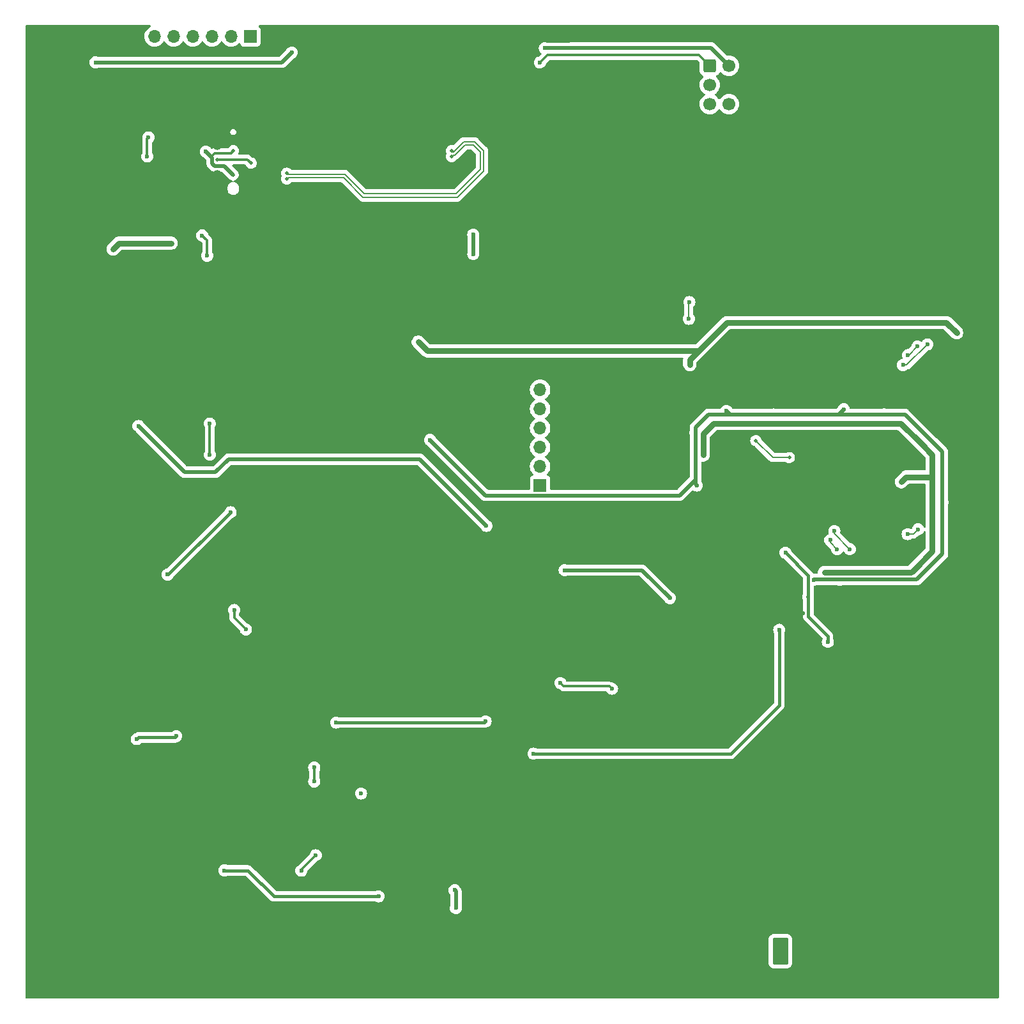
<source format=gbr>
%TF.GenerationSoftware,KiCad,Pcbnew,8.0.3*%
%TF.CreationDate,2024-06-09T21:31:06+05:45*%
%TF.ProjectId,HardwareDesign,48617264-7761-4726-9544-657369676e2e,rev?*%
%TF.SameCoordinates,Original*%
%TF.FileFunction,Copper,L2,Bot*%
%TF.FilePolarity,Positive*%
%FSLAX46Y46*%
G04 Gerber Fmt 4.6, Leading zero omitted, Abs format (unit mm)*
G04 Created by KiCad (PCBNEW 8.0.3) date 2024-06-09 21:31:06*
%MOMM*%
%LPD*%
G01*
G04 APERTURE LIST*
G04 Aperture macros list*
%AMRoundRect*
0 Rectangle with rounded corners*
0 $1 Rounding radius*
0 $2 $3 $4 $5 $6 $7 $8 $9 X,Y pos of 4 corners*
0 Add a 4 corners polygon primitive as box body*
4,1,4,$2,$3,$4,$5,$6,$7,$8,$9,$2,$3,0*
0 Add four circle primitives for the rounded corners*
1,1,$1+$1,$2,$3*
1,1,$1+$1,$4,$5*
1,1,$1+$1,$6,$7*
1,1,$1+$1,$8,$9*
0 Add four rect primitives between the rounded corners*
20,1,$1+$1,$2,$3,$4,$5,0*
20,1,$1+$1,$4,$5,$6,$7,0*
20,1,$1+$1,$6,$7,$8,$9,0*
20,1,$1+$1,$8,$9,$2,$3,0*%
G04 Aperture macros list end*
%TA.AperFunction,ComponentPad*%
%ADD10O,1.100000X2.200000*%
%TD*%
%TA.AperFunction,ComponentPad*%
%ADD11R,1.700000X1.700000*%
%TD*%
%TA.AperFunction,ComponentPad*%
%ADD12O,1.700000X1.700000*%
%TD*%
%TA.AperFunction,HeatsinkPad*%
%ADD13C,0.500000*%
%TD*%
%TA.AperFunction,HeatsinkPad*%
%ADD14R,5.200000X5.200000*%
%TD*%
%TA.AperFunction,ComponentPad*%
%ADD15RoundRect,0.250001X-0.799999X-1.549999X0.799999X-1.549999X0.799999X1.549999X-0.799999X1.549999X0*%
%TD*%
%TA.AperFunction,ComponentPad*%
%ADD16O,2.100000X3.600000*%
%TD*%
%TA.AperFunction,ComponentPad*%
%ADD17RoundRect,0.250000X-0.600000X-0.600000X0.600000X-0.600000X0.600000X0.600000X-0.600000X0.600000X0*%
%TD*%
%TA.AperFunction,ComponentPad*%
%ADD18C,1.700000*%
%TD*%
%TA.AperFunction,HeatsinkPad*%
%ADD19C,0.600000*%
%TD*%
%TA.AperFunction,HeatsinkPad*%
%ADD20R,2.450000X2.450000*%
%TD*%
%TA.AperFunction,ViaPad*%
%ADD21C,0.600000*%
%TD*%
%TA.AperFunction,ViaPad*%
%ADD22C,0.500000*%
%TD*%
%TA.AperFunction,Conductor*%
%ADD23C,0.500000*%
%TD*%
%TA.AperFunction,Conductor*%
%ADD24C,0.750000*%
%TD*%
%TA.AperFunction,Conductor*%
%ADD25C,0.200000*%
%TD*%
%TA.AperFunction,Conductor*%
%ADD26C,0.400000*%
%TD*%
%TA.AperFunction,Conductor*%
%ADD27C,0.300000*%
%TD*%
G04 APERTURE END LIST*
D10*
%TO.P,J2,S1,SHIELD*%
%TO.N,GND*%
X80185000Y-36000000D03*
%TO.P,J2,S2,SHIELD*%
X75885000Y-36000000D03*
%TO.P,J2,S3,SHIELD*%
X80185000Y-40800000D03*
%TO.P,J2,S4,SHIELD*%
X75885000Y-40800000D03*
%TD*%
D11*
%TO.P,J4,1,Pin_1*%
%TO.N,+3V3*%
X80290000Y-21980000D03*
D12*
%TO.P,J4,2,Pin_2*%
%TO.N,RESERVE_1*%
X77750000Y-21980000D03*
%TO.P,J4,3,Pin_3*%
%TO.N,RESERVE_2*%
X75210000Y-21980000D03*
%TO.P,J4,4,Pin_4*%
%TO.N,RESERVE_3*%
X72670000Y-21980000D03*
%TO.P,J4,5,Pin_5*%
%TO.N,RESERVE_4*%
X70130000Y-21980000D03*
%TO.P,J4,6,Pin_6*%
%TO.N,RESERVE_5*%
X67590000Y-21980000D03*
%TO.P,J4,7,Pin_7*%
%TO.N,GND*%
X65050000Y-21980000D03*
%TD*%
D13*
%TO.P,D3,69,GND*%
%TO.N,GND*%
X152220000Y-80880000D03*
X151045000Y-80880000D03*
X149870000Y-80880000D03*
X148695000Y-80880000D03*
X147520000Y-80880000D03*
X152220000Y-82055000D03*
X151045000Y-82055000D03*
X149870000Y-82055000D03*
X148695000Y-82055000D03*
X147520000Y-82055000D03*
X152220000Y-83230000D03*
X151045000Y-83230000D03*
X149870000Y-83230000D03*
D14*
X149870000Y-83230000D03*
D13*
X148695000Y-83230000D03*
X147520000Y-83230000D03*
X152220000Y-84405000D03*
X151045000Y-84405000D03*
X149870000Y-84405000D03*
X148695000Y-84405000D03*
X147520000Y-84405000D03*
X152220000Y-85580000D03*
X151045000Y-85580000D03*
X149870000Y-85580000D03*
X148695000Y-85580000D03*
X147520000Y-85580000D03*
%TD*%
D15*
%TO.P,J5,1,Pin_1*%
%TO.N,CP_OUT*%
X150550000Y-143230000D03*
D16*
%TO.P,J5,2,Pin_2*%
%TO.N,GND*%
X158170000Y-143230000D03*
%TO.P,J5,3,Pin_3*%
X165790000Y-143230000D03*
%TD*%
D11*
%TO.P,J1,1,Pin_1*%
%TO.N,SERIAL_IO_0_INT*%
X118700000Y-81525000D03*
D12*
%TO.P,J1,2,Pin_2*%
%TO.N,SERIAL_IO_1_CLK*%
X118700000Y-78985000D03*
%TO.P,J1,3,Pin_3*%
%TO.N,SERIAL_IO_2_CS*%
X118700000Y-76445000D03*
%TO.P,J1,4,Pin_4*%
%TO.N,SERIAL_IO_3_MISO*%
X118700000Y-73905000D03*
%TO.P,J1,5,Pin_5*%
%TO.N,SERIAL_IO_4_MOSI*%
X118700000Y-71365000D03*
%TO.P,J1,6,Pin_6*%
%TO.N,RESER_L*%
X118700000Y-68825000D03*
%TO.P,J1,7,Pin_7*%
%TO.N,GND*%
X118700000Y-66285000D03*
%TD*%
D17*
%TO.P,J3,1,Pin_1*%
%TO.N,/ESP32/EN*%
X141200000Y-25880000D03*
D18*
%TO.P,J3,2,Pin_2*%
%TO.N,+3V3*%
X143740000Y-25880000D03*
%TO.P,J3,3,Pin_3*%
%TO.N,TXD0*%
X141200000Y-28420000D03*
%TO.P,J3,4,Pin_4*%
%TO.N,GND*%
X143740000Y-28420000D03*
%TO.P,J3,5,Pin_5*%
%TO.N,RXD0*%
X141200000Y-30960000D03*
%TO.P,J3,6,Pin_6*%
%TO.N,/ESP32/Boot*%
X143740000Y-30960000D03*
%TD*%
D19*
%TO.P,U2,41,GND*%
%TO.N,GND*%
X110280000Y-28560000D03*
X110280000Y-29960000D03*
X110980000Y-27860000D03*
X110980000Y-29260000D03*
X110980000Y-30660000D03*
X111680000Y-28560000D03*
X111680000Y-29960000D03*
X112380000Y-27860000D03*
X112380000Y-29260000D03*
X112380000Y-30660000D03*
X113080000Y-28560000D03*
X113080000Y-29960000D03*
%TD*%
D13*
%TO.P,U7,25,EP*%
%TO.N,GND*%
X83875000Y-96787500D03*
X83875000Y-97762500D03*
X83875000Y-98737500D03*
X84850000Y-96787500D03*
X84850000Y-97762500D03*
D20*
X84850000Y-97762500D03*
D13*
X84850000Y-98737500D03*
X85825000Y-96787500D03*
X85825000Y-97762500D03*
X85825000Y-98737500D03*
%TD*%
D21*
%TO.N,GND*%
X124170000Y-121760000D03*
X124200000Y-110660000D03*
X140350000Y-110620000D03*
X53250000Y-97540000D03*
X59310000Y-69930000D03*
X136450000Y-132250000D03*
X78950000Y-122220000D03*
X165540000Y-67440000D03*
X149790000Y-21320000D03*
X113210000Y-104200000D03*
X166210000Y-98630000D03*
D22*
X149160000Y-68440000D03*
D21*
X91050000Y-122400000D03*
X156620000Y-56760000D03*
X126320000Y-59540000D03*
X164060000Y-98610000D03*
X141370000Y-67620000D03*
X85010000Y-122340000D03*
X143360000Y-67540000D03*
X163620000Y-67370000D03*
X135380000Y-87490000D03*
D22*
X149220000Y-89120000D03*
D21*
X124770000Y-91600000D03*
X157620000Y-98660000D03*
X176280000Y-79760000D03*
X97770000Y-114060000D03*
X56970000Y-70000000D03*
D22*
X89630000Y-24930000D03*
D21*
X159600000Y-67530000D03*
X149020000Y-98460000D03*
X124910000Y-86190000D03*
X85770000Y-140490000D03*
X124330000Y-130070000D03*
X60610000Y-78610000D03*
X63900000Y-80130000D03*
X135220000Y-85490000D03*
X159770000Y-98410000D03*
X95890000Y-110190000D03*
X135330000Y-74130000D03*
X151500000Y-98380000D03*
X76080000Y-91390000D03*
X168630000Y-34590000D03*
X74510000Y-94110000D03*
X177820000Y-63800000D03*
X96880000Y-109950000D03*
X54660000Y-36250000D03*
X63230000Y-43480000D03*
X54550000Y-21330000D03*
X135320000Y-72020000D03*
X144930000Y-94540000D03*
D22*
X70500000Y-38810000D03*
D21*
X89350000Y-92720000D03*
X80280000Y-80220000D03*
X122590000Y-133440000D03*
X94970000Y-80540000D03*
X63930000Y-93450000D03*
X147350000Y-98460000D03*
X135330000Y-76670000D03*
X155500000Y-98560000D03*
X168300000Y-21550000D03*
X57350000Y-117470000D03*
X56950000Y-43560000D03*
X98130000Y-88750000D03*
X168200000Y-98500000D03*
X86160000Y-94880000D03*
X94970000Y-82630000D03*
X135240000Y-81120000D03*
D22*
X89580000Y-30970000D03*
D21*
X172410000Y-21550000D03*
X57280000Y-101570000D03*
X54610000Y-65780000D03*
X151270000Y-68370000D03*
X153680000Y-34730000D03*
X153300000Y-67570000D03*
X54550000Y-126650000D03*
X127040000Y-78010000D03*
X161700000Y-67450000D03*
X56010000Y-147710000D03*
X95060000Y-86430000D03*
X137210000Y-114470000D03*
X57040000Y-145490000D03*
X154830000Y-85030000D03*
X176340000Y-87220000D03*
X81610000Y-96630000D03*
X115010000Y-104250000D03*
X61700000Y-27390000D03*
X153550000Y-98400000D03*
X59200000Y-93530000D03*
X63390000Y-69840000D03*
X61780000Y-53690000D03*
X152010000Y-41020000D03*
X140860000Y-98490000D03*
X120600000Y-21460000D03*
X126980000Y-80350000D03*
D22*
X89640000Y-26960000D03*
X89620000Y-22860000D03*
D21*
X89330000Y-105440000D03*
X53240000Y-113450000D03*
X128260000Y-107290000D03*
X161950000Y-98440000D03*
X176360000Y-84970000D03*
X64030000Y-56830000D03*
X120680000Y-105150000D03*
X59280000Y-145360000D03*
X131840000Y-109140000D03*
X102840000Y-21330000D03*
X176400000Y-82920000D03*
X81170000Y-97260000D03*
X61880000Y-129240000D03*
X74530000Y-92140000D03*
X54460000Y-111090000D03*
X96870000Y-106540000D03*
X139350000Y-109150000D03*
X170570000Y-40390000D03*
X172670000Y-63930000D03*
X170360000Y-27680000D03*
X149690000Y-34660000D03*
D22*
X87050000Y-37610000D03*
D21*
X155470000Y-84990000D03*
X143070000Y-98440000D03*
X95090000Y-84620000D03*
X134460000Y-113000000D03*
X157540000Y-67500000D03*
X57010000Y-93400000D03*
X153970000Y-21400000D03*
X155440000Y-67620000D03*
X54650000Y-86130000D03*
X59320000Y-43510000D03*
X100130000Y-139760000D03*
X92860000Y-122350000D03*
X171650000Y-48170000D03*
X55820000Y-123150000D03*
X55390000Y-107170000D03*
X172550000Y-34570000D03*
X176250000Y-89140000D03*
X96940000Y-108400000D03*
%TO.N,+1V2*%
X139470000Y-81520000D03*
X154980000Y-94020000D03*
X172020000Y-83710000D03*
X158950000Y-71407157D03*
X104120000Y-75470000D03*
X164310000Y-72090000D03*
X143390000Y-71620000D03*
X149670000Y-72110000D03*
X158410000Y-93980000D03*
X139300000Y-74460000D03*
%TO.N,+3.3V*%
X138530000Y-65470000D03*
X173910000Y-61280000D03*
X154110000Y-73270000D03*
X69790000Y-49380000D03*
X102560000Y-62500000D03*
X140330314Y-77460213D03*
X160420000Y-93020000D03*
X62110000Y-50150000D03*
X142100000Y-73290000D03*
X144140000Y-59910000D03*
X158383242Y-73353242D03*
X140339265Y-74640735D03*
X166570000Y-81020000D03*
X170670000Y-79730000D03*
X156400000Y-93020000D03*
D22*
%TO.N,RESER_L*%
X147310000Y-75550000D03*
X151723909Y-77813909D03*
D21*
%TO.N,+3.3VA*%
X111590000Y-86860000D03*
X121960000Y-92730000D03*
X65460000Y-73620000D03*
X135910000Y-96440000D03*
%TO.N,+1V2A*%
X65240000Y-115120000D03*
X150400000Y-100640000D03*
X91660000Y-112930000D03*
X70470000Y-114730000D03*
X117840000Y-117060000D03*
X111480000Y-112760000D03*
%TO.N,/ESP32/EN*%
X118690000Y-25450000D03*
%TO.N,+3V3*%
X74570000Y-51060000D03*
X119320000Y-23550000D03*
X74930000Y-77420000D03*
X59780000Y-25420000D03*
X66800000Y-35370000D03*
X74930000Y-73300000D03*
X73910000Y-48370000D03*
X85780000Y-24120000D03*
X66630000Y-37900000D03*
%TO.N,+15V*%
X69340000Y-93310000D03*
X77680000Y-85050000D03*
X97290000Y-135960000D03*
X76870000Y-132530000D03*
%TO.N,-15V*%
X87060000Y-132560000D03*
X88970000Y-130520000D03*
X88770000Y-120750000D03*
X88770000Y-118880000D03*
%TO.N,1.65V*%
X109840000Y-48270000D03*
X107550000Y-137510000D03*
X109840000Y-50840000D03*
X107380000Y-135140000D03*
%TO.N,Net-(D1-A)*%
X121380000Y-107680000D03*
X128230000Y-108450000D03*
%TO.N,SPI_DO*%
X168719265Y-63090735D03*
X167470000Y-64230000D03*
%TO.N,Net-(D3-RSVD05)*%
X168810000Y-87310000D03*
X167420000Y-87950000D03*
%TO.N,Net-(D3-PLL_BYPASS)*%
X156840000Y-102240000D03*
X151220000Y-90430000D03*
%TO.N,Net-(D3-RSVD03)*%
X157150000Y-88744314D03*
X158070000Y-89944314D03*
%TO.N,Net-(D3-RBIAS)*%
X157700000Y-87530000D03*
X159750000Y-89944314D03*
%TO.N,SPI_CLK*%
X166797157Y-65540000D03*
X170030000Y-62800000D03*
%TO.N,SPI_DI*%
X138480000Y-57200000D03*
X138420000Y-59420000D03*
D22*
%TO.N,+5V*%
X78010000Y-40320000D03*
X78050000Y-37150000D03*
D21*
X74400000Y-37260000D03*
D22*
%TO.N,USB_D+*%
X106966047Y-37899015D03*
X85110000Y-40125000D03*
%TO.N,USB_D-*%
X80400000Y-38790000D03*
X75930000Y-38290000D03*
X106966047Y-37149015D03*
X85110000Y-40875000D03*
D21*
%TO.N,Net-(U7-ENN)*%
X79710000Y-100600000D03*
X78152500Y-98012500D03*
%TO.N,CP_GEN*%
X94970000Y-122330000D03*
%TD*%
D23*
%TO.N,+1V2*%
X140980000Y-72090000D02*
X139300000Y-73770000D01*
X148960000Y-72090000D02*
X157630000Y-72090000D01*
X172020000Y-83710000D02*
X172020000Y-90610000D01*
X139300000Y-80710000D02*
X137185000Y-82825000D01*
X139300000Y-74460000D02*
X139300000Y-80710000D01*
X148960000Y-72090000D02*
X144180000Y-72090000D01*
X157630000Y-72090000D02*
X158267157Y-72090000D01*
X155020000Y-93980000D02*
X154980000Y-94020000D01*
X172020000Y-77040000D02*
X167070000Y-72090000D01*
X144180000Y-72090000D02*
X140980000Y-72090000D01*
X157630000Y-72090000D02*
X164310000Y-72090000D01*
X137185000Y-82825000D02*
X111475000Y-82825000D01*
X158267157Y-72090000D02*
X158950000Y-71407157D01*
X168650000Y-93980000D02*
X158410000Y-93980000D01*
X158410000Y-93980000D02*
X155020000Y-93980000D01*
X172020000Y-90610000D02*
X168650000Y-93980000D01*
X172020000Y-83710000D02*
X172020000Y-77040000D01*
X139300000Y-73770000D02*
X139300000Y-74460000D01*
X139300000Y-80710000D02*
X139300000Y-81350000D01*
X144180000Y-72090000D02*
X143860000Y-72090000D01*
X111475000Y-82825000D02*
X104120000Y-75470000D01*
X143860000Y-72090000D02*
X143390000Y-71620000D01*
X149670000Y-72110000D02*
X149650000Y-72090000D01*
X167070000Y-72090000D02*
X164310000Y-72090000D01*
X139300000Y-81350000D02*
X139470000Y-81520000D01*
X149650000Y-72090000D02*
X148960000Y-72090000D01*
D24*
%TO.N,+3.3V*%
X138530000Y-65470000D02*
X138530000Y-64860000D01*
X143200000Y-73290000D02*
X141690000Y-73290000D01*
X142100000Y-73290000D02*
X143200000Y-73290000D01*
X139730000Y-63660000D02*
X103720000Y-63660000D01*
X170670000Y-80390000D02*
X167200000Y-80390000D01*
X154230000Y-59910000D02*
X172540000Y-59910000D01*
X69790000Y-49380000D02*
X62880000Y-49380000D01*
X141690000Y-73290000D02*
X141105000Y-73875000D01*
X160420000Y-93020000D02*
X158280000Y-93020000D01*
X140240000Y-63150000D02*
X143480000Y-59910000D01*
X62880000Y-49380000D02*
X62110000Y-50150000D01*
X167200000Y-80390000D02*
X166570000Y-81020000D01*
X166530000Y-73290000D02*
X169170000Y-75930000D01*
X165180000Y-73290000D02*
X166530000Y-73290000D01*
X141105000Y-73875000D02*
X140330314Y-74649686D01*
X152990000Y-73290000D02*
X154090000Y-73290000D01*
X170670000Y-82390000D02*
X170670000Y-90230000D01*
X158860000Y-73290000D02*
X158870000Y-73300000D01*
X140330314Y-74649686D02*
X140330314Y-77460213D01*
X158880000Y-73290000D02*
X165180000Y-73290000D01*
X103720000Y-63660000D02*
X102560000Y-62500000D01*
X138530000Y-64860000D02*
X139730000Y-63660000D01*
X158870000Y-73300000D02*
X158880000Y-73290000D01*
X169170000Y-75930000D02*
X170670000Y-77430000D01*
X143480000Y-59910000D02*
X144140000Y-59910000D01*
X144140000Y-59910000D02*
X154230000Y-59910000D01*
X167880000Y-93020000D02*
X160420000Y-93020000D01*
X170670000Y-80390000D02*
X170670000Y-82390000D01*
X170670000Y-90230000D02*
X168080000Y-92820000D01*
X143200000Y-73290000D02*
X152990000Y-73290000D01*
X168080000Y-92820000D02*
X167880000Y-93020000D01*
X158280000Y-93020000D02*
X156400000Y-93020000D01*
X170670000Y-77430000D02*
X170670000Y-80390000D01*
X152990000Y-73290000D02*
X158860000Y-73290000D01*
X139730000Y-63660000D02*
X140240000Y-63150000D01*
X141105000Y-73875000D02*
X140339265Y-74640735D01*
X154090000Y-73290000D02*
X154110000Y-73270000D01*
X172540000Y-59910000D02*
X173910000Y-61280000D01*
D25*
%TO.N,RESER_L*%
X151723909Y-77813909D02*
X149573909Y-77813909D01*
X149573909Y-77813909D02*
X147310000Y-75550000D01*
D23*
%TO.N,+3.3VA*%
X132200000Y-92730000D02*
X135910000Y-96440000D01*
X102760000Y-78030000D02*
X111590000Y-86860000D01*
X65460000Y-73620000D02*
X71590000Y-79750000D01*
X77400000Y-78030000D02*
X90700000Y-78030000D01*
X71590000Y-79750000D02*
X75680000Y-79750000D01*
X121960000Y-92730000D02*
X132200000Y-92730000D01*
X75680000Y-79750000D02*
X77400000Y-78030000D01*
X90700000Y-78030000D02*
X102760000Y-78030000D01*
D26*
%TO.N,+1V2A*%
X70310000Y-114890000D02*
X70470000Y-114730000D01*
X91660000Y-112930000D02*
X111310000Y-112930000D01*
X117840000Y-117060000D02*
X143970000Y-117060000D01*
X144360000Y-116670000D02*
X150400000Y-110630000D01*
X65470000Y-114890000D02*
X70310000Y-114890000D01*
X65240000Y-115120000D02*
X65470000Y-114890000D01*
X111310000Y-112930000D02*
X111480000Y-112760000D01*
X150400000Y-110630000D02*
X150400000Y-100640000D01*
X143970000Y-117060000D02*
X144360000Y-116670000D01*
D27*
%TO.N,/ESP32/EN*%
X139770000Y-24450000D02*
X141200000Y-25880000D01*
X118690000Y-25450000D02*
X119690000Y-24450000D01*
X119690000Y-24450000D02*
X139770000Y-24450000D01*
D23*
%TO.N,+3V3*%
X119320000Y-23550000D02*
X122900000Y-23550000D01*
D27*
X74930000Y-77420000D02*
X74930000Y-73300000D01*
D23*
X141330000Y-23470000D02*
X143740000Y-25880000D01*
X84480000Y-25420000D02*
X85780000Y-24120000D01*
D27*
X74570000Y-49030000D02*
X73910000Y-48370000D01*
D23*
X122900000Y-23550000D02*
X122980000Y-23470000D01*
D27*
X66630000Y-35540000D02*
X66800000Y-35370000D01*
D23*
X59780000Y-25420000D02*
X84480000Y-25420000D01*
X122980000Y-23470000D02*
X141330000Y-23470000D01*
D27*
X66630000Y-37900000D02*
X66630000Y-35540000D01*
X74570000Y-51060000D02*
X74570000Y-49030000D01*
D26*
%TO.N,+15V*%
X83400000Y-135960000D02*
X97290000Y-135960000D01*
X76870000Y-132530000D02*
X79970000Y-132530000D01*
X69420000Y-93310000D02*
X69340000Y-93310000D01*
X79970000Y-132530000D02*
X83400000Y-135960000D01*
X77680000Y-85050000D02*
X69420000Y-93310000D01*
D27*
%TO.N,-15V*%
X87060000Y-132430000D02*
X88970000Y-130520000D01*
X87060000Y-132560000D02*
X87060000Y-132430000D01*
X88770000Y-120750000D02*
X88770000Y-118880000D01*
D23*
%TO.N,1.65V*%
X109840000Y-48270000D02*
X109840000Y-50840000D01*
X107550000Y-137510000D02*
X107550000Y-135310000D01*
X107550000Y-135310000D02*
X107380000Y-135140000D01*
D27*
%TO.N,Net-(D1-A)*%
X121380000Y-107680000D02*
X121830000Y-108130000D01*
X127910000Y-108130000D02*
X128230000Y-108450000D01*
X121830000Y-108130000D02*
X127910000Y-108130000D01*
D25*
%TO.N,SPI_DO*%
X167470000Y-64230000D02*
X167580000Y-64230000D01*
X167580000Y-64230000D02*
X168719265Y-63090735D01*
%TO.N,Net-(D3-RSVD05)*%
X168170000Y-87950000D02*
X168810000Y-87310000D01*
X167420000Y-87950000D02*
X168170000Y-87950000D01*
D26*
%TO.N,Net-(D3-PLL_BYPASS)*%
X154250000Y-98870000D02*
X154250000Y-96360000D01*
X156840000Y-101460000D02*
X154980000Y-99600000D01*
X154980000Y-99600000D02*
X154250000Y-98870000D01*
X154250000Y-93460000D02*
X151220000Y-90430000D01*
X154250000Y-96360000D02*
X154140000Y-96250000D01*
X156840000Y-102240000D02*
X156840000Y-101460000D01*
X154250000Y-96360000D02*
X154250000Y-93460000D01*
D25*
%TO.N,Net-(D3-RSVD03)*%
X157150000Y-88744314D02*
X157150000Y-89024314D01*
X157150000Y-89024314D02*
X158070000Y-89944314D01*
%TO.N,Net-(D3-RBIAS)*%
X157700000Y-87530000D02*
X157700000Y-87894314D01*
X157700000Y-87894314D02*
X159750000Y-89944314D01*
%TO.N,SPI_CLK*%
X166797157Y-65540000D02*
X167290000Y-65540000D01*
X167290000Y-65540000D02*
X170030000Y-62800000D01*
%TO.N,SPI_DI*%
X138420000Y-57260000D02*
X138480000Y-57200000D01*
X138420000Y-59420000D02*
X138420000Y-57260000D01*
D27*
%TO.N,+5V*%
X77750000Y-37450000D02*
X78050000Y-37150000D01*
X75230000Y-38110000D02*
X75230000Y-37790000D01*
D23*
X76850000Y-39160000D02*
X75560000Y-39160000D01*
D27*
X75230000Y-37790000D02*
X75570000Y-37450000D01*
D23*
X75560000Y-39160000D02*
X75230000Y-38830000D01*
X75230000Y-38090000D02*
X74400000Y-37260000D01*
X75230000Y-38110000D02*
X75230000Y-38090000D01*
X75230000Y-38830000D02*
X75230000Y-38110000D01*
D27*
X75570000Y-37450000D02*
X77750000Y-37450000D01*
D23*
X78010000Y-40320000D02*
X76850000Y-39160000D01*
D25*
%TO.N,USB_D+*%
X92833199Y-40274999D02*
X95413200Y-42855000D01*
X107399184Y-37749016D02*
X107116046Y-37749016D01*
X107116046Y-37749016D02*
X106966047Y-37899015D01*
X108753200Y-36395000D02*
X107399184Y-37749016D01*
X85259999Y-40274999D02*
X92833199Y-40274999D01*
X109856800Y-36395000D02*
X108753200Y-36395000D01*
X95413200Y-42855000D02*
X107536800Y-42855000D01*
X85110000Y-40125000D02*
X85259999Y-40274999D01*
X110765000Y-37303200D02*
X109856800Y-36395000D01*
X110765000Y-39626800D02*
X110765000Y-37303200D01*
X107536800Y-42855000D02*
X110765000Y-39626800D01*
%TO.N,USB_D-*%
X110043200Y-35945000D02*
X108566800Y-35945000D01*
X107723200Y-43305000D02*
X111215000Y-39813200D01*
D27*
X75930000Y-38290000D02*
X75950000Y-38310000D01*
D25*
X92646801Y-40725001D02*
X95226800Y-43305000D01*
X107212786Y-37299014D02*
X107116046Y-37299014D01*
X111215000Y-37116800D02*
X110043200Y-35945000D01*
X108566800Y-35945000D02*
X107212786Y-37299014D01*
X85110000Y-40875000D02*
X85259999Y-40725001D01*
D27*
X75950000Y-38310000D02*
X79920000Y-38310000D01*
D25*
X107116046Y-37299014D02*
X106966047Y-37149015D01*
X85259999Y-40725001D02*
X92646801Y-40725001D01*
X95226800Y-43305000D02*
X107723200Y-43305000D01*
D27*
X79920000Y-38310000D02*
X80400000Y-38790000D01*
D25*
X111215000Y-39813200D02*
X111215000Y-37116800D01*
D27*
%TO.N,Net-(U7-ENN)*%
X78152500Y-99042500D02*
X78152500Y-98012500D01*
X79710000Y-100600000D02*
X78152500Y-99042500D01*
%TD*%
%TA.AperFunction,Conductor*%
%TO.N,GND*%
G36*
X67074953Y-20520185D02*
G01*
X67120708Y-20572989D01*
X67130652Y-20642147D01*
X67101627Y-20705703D01*
X67060319Y-20736882D01*
X66912171Y-20805964D01*
X66912169Y-20805965D01*
X66718597Y-20941505D01*
X66551505Y-21108597D01*
X66415965Y-21302169D01*
X66415964Y-21302171D01*
X66316098Y-21516335D01*
X66316094Y-21516344D01*
X66254938Y-21744586D01*
X66254936Y-21744596D01*
X66234341Y-21979999D01*
X66234341Y-21980000D01*
X66254936Y-22215403D01*
X66254938Y-22215413D01*
X66316094Y-22443655D01*
X66316096Y-22443659D01*
X66316097Y-22443663D01*
X66320000Y-22452032D01*
X66415965Y-22657830D01*
X66415967Y-22657834D01*
X66508554Y-22790061D01*
X66551505Y-22851401D01*
X66718599Y-23018495D01*
X66815384Y-23086265D01*
X66912165Y-23154032D01*
X66912167Y-23154033D01*
X66912170Y-23154035D01*
X67126337Y-23253903D01*
X67354592Y-23315063D01*
X67531034Y-23330500D01*
X67589999Y-23335659D01*
X67590000Y-23335659D01*
X67590001Y-23335659D01*
X67648966Y-23330500D01*
X67825408Y-23315063D01*
X68053663Y-23253903D01*
X68267830Y-23154035D01*
X68461401Y-23018495D01*
X68628495Y-22851401D01*
X68758425Y-22665842D01*
X68813002Y-22622217D01*
X68882500Y-22615023D01*
X68944855Y-22646546D01*
X68961575Y-22665842D01*
X69091500Y-22851395D01*
X69091505Y-22851401D01*
X69258599Y-23018495D01*
X69355384Y-23086265D01*
X69452165Y-23154032D01*
X69452167Y-23154033D01*
X69452170Y-23154035D01*
X69666337Y-23253903D01*
X69894592Y-23315063D01*
X70071034Y-23330500D01*
X70129999Y-23335659D01*
X70130000Y-23335659D01*
X70130001Y-23335659D01*
X70188966Y-23330500D01*
X70365408Y-23315063D01*
X70593663Y-23253903D01*
X70807830Y-23154035D01*
X71001401Y-23018495D01*
X71168495Y-22851401D01*
X71298425Y-22665842D01*
X71353002Y-22622217D01*
X71422500Y-22615023D01*
X71484855Y-22646546D01*
X71501575Y-22665842D01*
X71631500Y-22851395D01*
X71631505Y-22851401D01*
X71798599Y-23018495D01*
X71895384Y-23086265D01*
X71992165Y-23154032D01*
X71992167Y-23154033D01*
X71992170Y-23154035D01*
X72206337Y-23253903D01*
X72434592Y-23315063D01*
X72611034Y-23330500D01*
X72669999Y-23335659D01*
X72670000Y-23335659D01*
X72670001Y-23335659D01*
X72728966Y-23330500D01*
X72905408Y-23315063D01*
X73133663Y-23253903D01*
X73347830Y-23154035D01*
X73541401Y-23018495D01*
X73708495Y-22851401D01*
X73838425Y-22665842D01*
X73893002Y-22622217D01*
X73962500Y-22615023D01*
X74024855Y-22646546D01*
X74041575Y-22665842D01*
X74171500Y-22851395D01*
X74171505Y-22851401D01*
X74338599Y-23018495D01*
X74435384Y-23086265D01*
X74532165Y-23154032D01*
X74532167Y-23154033D01*
X74532170Y-23154035D01*
X74746337Y-23253903D01*
X74974592Y-23315063D01*
X75151034Y-23330500D01*
X75209999Y-23335659D01*
X75210000Y-23335659D01*
X75210001Y-23335659D01*
X75268966Y-23330500D01*
X75445408Y-23315063D01*
X75673663Y-23253903D01*
X75887830Y-23154035D01*
X76081401Y-23018495D01*
X76248495Y-22851401D01*
X76378425Y-22665842D01*
X76433002Y-22622217D01*
X76502500Y-22615023D01*
X76564855Y-22646546D01*
X76581575Y-22665842D01*
X76711500Y-22851395D01*
X76711505Y-22851401D01*
X76878599Y-23018495D01*
X76975384Y-23086265D01*
X77072165Y-23154032D01*
X77072167Y-23154033D01*
X77072170Y-23154035D01*
X77286337Y-23253903D01*
X77514592Y-23315063D01*
X77691034Y-23330500D01*
X77749999Y-23335659D01*
X77750000Y-23335659D01*
X77750001Y-23335659D01*
X77808966Y-23330500D01*
X77985408Y-23315063D01*
X78213663Y-23253903D01*
X78427830Y-23154035D01*
X78621401Y-23018495D01*
X78743329Y-22896566D01*
X78804648Y-22863084D01*
X78874340Y-22868068D01*
X78930274Y-22909939D01*
X78947189Y-22940917D01*
X78996202Y-23072328D01*
X78996206Y-23072335D01*
X79082452Y-23187544D01*
X79082455Y-23187547D01*
X79197664Y-23273793D01*
X79197671Y-23273797D01*
X79332517Y-23324091D01*
X79332516Y-23324091D01*
X79339444Y-23324835D01*
X79392127Y-23330500D01*
X81187872Y-23330499D01*
X81247483Y-23324091D01*
X81382331Y-23273796D01*
X81497546Y-23187546D01*
X81583796Y-23072331D01*
X81634091Y-22937483D01*
X81640500Y-22877873D01*
X81640499Y-21082128D01*
X81634091Y-21022517D01*
X81632810Y-21019083D01*
X81583797Y-20887671D01*
X81583793Y-20887664D01*
X81522632Y-20805965D01*
X81497546Y-20772454D01*
X81432507Y-20723765D01*
X81390637Y-20667833D01*
X81385653Y-20598141D01*
X81419138Y-20536818D01*
X81480462Y-20503334D01*
X81506819Y-20500500D01*
X179375500Y-20500500D01*
X179442539Y-20520185D01*
X179488294Y-20572989D01*
X179499500Y-20624500D01*
X179499500Y-149375500D01*
X179479815Y-149442539D01*
X179427011Y-149488294D01*
X179375500Y-149499500D01*
X50624500Y-149499500D01*
X50557461Y-149479815D01*
X50511706Y-149427011D01*
X50500500Y-149375500D01*
X50500500Y-141629984D01*
X148999500Y-141629984D01*
X148999500Y-144830015D01*
X149010000Y-144932795D01*
X149010001Y-144932796D01*
X149065186Y-145099335D01*
X149065187Y-145099337D01*
X149157286Y-145248651D01*
X149157289Y-145248655D01*
X149281344Y-145372710D01*
X149281348Y-145372713D01*
X149430662Y-145464812D01*
X149430664Y-145464813D01*
X149430666Y-145464814D01*
X149597203Y-145519999D01*
X149699992Y-145530500D01*
X149699997Y-145530500D01*
X151400003Y-145530500D01*
X151400008Y-145530500D01*
X151502797Y-145519999D01*
X151669334Y-145464814D01*
X151818655Y-145372711D01*
X151942711Y-145248655D01*
X152034814Y-145099334D01*
X152089999Y-144932797D01*
X152100500Y-144830008D01*
X152100500Y-141629992D01*
X152089999Y-141527203D01*
X152034814Y-141360666D01*
X151942711Y-141211345D01*
X151818655Y-141087289D01*
X151818651Y-141087286D01*
X151669337Y-140995187D01*
X151669335Y-140995186D01*
X151586065Y-140967593D01*
X151502797Y-140940001D01*
X151502795Y-140940000D01*
X151400015Y-140929500D01*
X151400008Y-140929500D01*
X149699992Y-140929500D01*
X149699984Y-140929500D01*
X149597204Y-140940000D01*
X149597203Y-140940001D01*
X149430664Y-140995186D01*
X149430662Y-140995187D01*
X149281348Y-141087286D01*
X149281344Y-141087289D01*
X149157289Y-141211344D01*
X149157286Y-141211348D01*
X149065187Y-141360662D01*
X149065186Y-141360664D01*
X149010001Y-141527203D01*
X149010000Y-141527204D01*
X148999500Y-141629984D01*
X50500500Y-141629984D01*
X50500500Y-132529996D01*
X76064435Y-132529996D01*
X76064435Y-132530003D01*
X76084630Y-132709249D01*
X76084631Y-132709254D01*
X76144211Y-132879523D01*
X76240184Y-133032262D01*
X76367738Y-133159816D01*
X76415481Y-133189815D01*
X76520474Y-133255787D01*
X76520478Y-133255789D01*
X76690745Y-133315368D01*
X76690750Y-133315369D01*
X76869996Y-133335565D01*
X76870000Y-133335565D01*
X76870004Y-133335565D01*
X77049249Y-133315369D01*
X77049252Y-133315368D01*
X77049255Y-133315368D01*
X77219522Y-133255789D01*
X77220488Y-133255181D01*
X77229523Y-133249506D01*
X77295494Y-133230500D01*
X79628481Y-133230500D01*
X79695520Y-133250185D01*
X79716162Y-133266819D01*
X82953453Y-136504111D01*
X82953454Y-136504112D01*
X83068192Y-136580777D01*
X83195667Y-136633578D01*
X83195672Y-136633580D01*
X83195676Y-136633580D01*
X83195677Y-136633581D01*
X83331004Y-136660500D01*
X83331007Y-136660500D01*
X83468994Y-136660500D01*
X96864506Y-136660500D01*
X96930477Y-136679506D01*
X96940474Y-136685787D01*
X96940475Y-136685787D01*
X96940478Y-136685789D01*
X97110745Y-136745368D01*
X97110750Y-136745369D01*
X97289996Y-136765565D01*
X97290000Y-136765565D01*
X97290004Y-136765565D01*
X97469249Y-136745369D01*
X97469252Y-136745368D01*
X97469255Y-136745368D01*
X97639522Y-136685789D01*
X97792262Y-136589816D01*
X97919816Y-136462262D01*
X98015789Y-136309522D01*
X98075368Y-136139255D01*
X98095565Y-135960000D01*
X98075368Y-135780745D01*
X98015789Y-135610478D01*
X97919816Y-135457738D01*
X97792262Y-135330184D01*
X97774859Y-135319249D01*
X97639523Y-135234211D01*
X97469254Y-135174631D01*
X97469249Y-135174630D01*
X97290004Y-135154435D01*
X97289996Y-135154435D01*
X97110750Y-135174630D01*
X97110745Y-135174631D01*
X96940474Y-135234212D01*
X96930477Y-135240494D01*
X96864506Y-135259500D01*
X83741519Y-135259500D01*
X83674480Y-135239815D01*
X83653838Y-135223181D01*
X83570653Y-135139996D01*
X106574435Y-135139996D01*
X106574435Y-135140003D01*
X106594630Y-135319249D01*
X106594631Y-135319254D01*
X106654211Y-135489523D01*
X106750184Y-135642262D01*
X106763181Y-135655259D01*
X106796666Y-135716582D01*
X106799500Y-135742940D01*
X106799500Y-137210028D01*
X106792542Y-137250982D01*
X106764631Y-137330747D01*
X106744435Y-137509996D01*
X106744435Y-137510003D01*
X106764630Y-137689249D01*
X106764631Y-137689254D01*
X106824211Y-137859523D01*
X106920184Y-138012262D01*
X107047738Y-138139816D01*
X107200478Y-138235789D01*
X107370745Y-138295368D01*
X107370750Y-138295369D01*
X107549996Y-138315565D01*
X107550000Y-138315565D01*
X107550004Y-138315565D01*
X107729249Y-138295369D01*
X107729252Y-138295368D01*
X107729255Y-138295368D01*
X107899522Y-138235789D01*
X108052262Y-138139816D01*
X108179816Y-138012262D01*
X108275789Y-137859522D01*
X108335368Y-137689255D01*
X108355565Y-137510000D01*
X108335368Y-137330745D01*
X108307458Y-137250982D01*
X108300500Y-137210028D01*
X108300500Y-135236079D01*
X108271659Y-135091092D01*
X108271658Y-135091091D01*
X108271658Y-135091087D01*
X108217669Y-134960745D01*
X108215087Y-134954511D01*
X108215080Y-134954498D01*
X108132951Y-134831584D01*
X108129086Y-134826874D01*
X108129771Y-134826311D01*
X108110642Y-134795869D01*
X108108810Y-134796752D01*
X108105791Y-134790485D01*
X108105789Y-134790478D01*
X108009816Y-134637738D01*
X107882262Y-134510184D01*
X107729523Y-134414211D01*
X107559254Y-134354631D01*
X107559249Y-134354630D01*
X107380004Y-134334435D01*
X107379996Y-134334435D01*
X107200750Y-134354630D01*
X107200745Y-134354631D01*
X107030476Y-134414211D01*
X106877737Y-134510184D01*
X106750184Y-134637737D01*
X106654211Y-134790476D01*
X106594631Y-134960745D01*
X106594630Y-134960750D01*
X106574435Y-135139996D01*
X83570653Y-135139996D01*
X80990654Y-132559996D01*
X86254435Y-132559996D01*
X86254435Y-132560003D01*
X86274630Y-132739249D01*
X86274631Y-132739254D01*
X86334211Y-132909523D01*
X86411334Y-133032262D01*
X86430184Y-133062262D01*
X86557738Y-133189816D01*
X86710478Y-133285789D01*
X86795010Y-133315368D01*
X86880745Y-133345368D01*
X86880750Y-133345369D01*
X87059996Y-133365565D01*
X87060000Y-133365565D01*
X87060004Y-133365565D01*
X87239249Y-133345369D01*
X87239252Y-133345368D01*
X87239255Y-133345368D01*
X87409522Y-133285789D01*
X87562262Y-133189816D01*
X87689816Y-133062262D01*
X87785789Y-132909522D01*
X87845368Y-132739255D01*
X87848749Y-132709254D01*
X87862690Y-132585513D01*
X87889756Y-132521099D01*
X87898219Y-132511725D01*
X89068224Y-131341720D01*
X89129545Y-131308237D01*
X89142019Y-131306183D01*
X89149255Y-131305368D01*
X89319522Y-131245789D01*
X89472262Y-131149816D01*
X89599816Y-131022262D01*
X89695789Y-130869522D01*
X89755368Y-130699255D01*
X89775565Y-130520000D01*
X89756184Y-130347988D01*
X89755369Y-130340750D01*
X89755368Y-130340745D01*
X89695788Y-130170476D01*
X89599815Y-130017737D01*
X89472262Y-129890184D01*
X89319523Y-129794211D01*
X89149254Y-129734631D01*
X89149249Y-129734630D01*
X88970004Y-129714435D01*
X88969996Y-129714435D01*
X88790750Y-129734630D01*
X88790745Y-129734631D01*
X88620476Y-129794211D01*
X88467737Y-129890184D01*
X88340184Y-130017737D01*
X88244210Y-130170478D01*
X88184632Y-130340744D01*
X88184630Y-130340752D01*
X88183815Y-130347988D01*
X88156743Y-130412400D01*
X88148277Y-130421775D01*
X86769507Y-131800545D01*
X86722786Y-131829904D01*
X86710475Y-131834212D01*
X86557737Y-131930184D01*
X86430184Y-132057737D01*
X86334211Y-132210476D01*
X86274631Y-132380745D01*
X86274630Y-132380750D01*
X86254435Y-132559996D01*
X80990654Y-132559996D01*
X80416546Y-131985888D01*
X80416545Y-131985887D01*
X80301807Y-131909222D01*
X80174332Y-131856421D01*
X80174322Y-131856418D01*
X80038996Y-131829500D01*
X80038994Y-131829500D01*
X80038993Y-131829500D01*
X77295494Y-131829500D01*
X77229523Y-131810494D01*
X77219525Y-131804212D01*
X77049254Y-131744631D01*
X77049249Y-131744630D01*
X76870004Y-131724435D01*
X76869996Y-131724435D01*
X76690750Y-131744630D01*
X76690745Y-131744631D01*
X76520476Y-131804211D01*
X76367737Y-131900184D01*
X76240184Y-132027737D01*
X76144211Y-132180476D01*
X76084631Y-132350745D01*
X76084630Y-132350750D01*
X76064435Y-132529996D01*
X50500500Y-132529996D01*
X50500500Y-122329996D01*
X94164435Y-122329996D01*
X94164435Y-122330003D01*
X94184630Y-122509249D01*
X94184631Y-122509254D01*
X94244211Y-122679523D01*
X94340184Y-122832262D01*
X94467738Y-122959816D01*
X94620478Y-123055789D01*
X94790745Y-123115368D01*
X94790750Y-123115369D01*
X94969996Y-123135565D01*
X94970000Y-123135565D01*
X94970004Y-123135565D01*
X95149249Y-123115369D01*
X95149252Y-123115368D01*
X95149255Y-123115368D01*
X95319522Y-123055789D01*
X95472262Y-122959816D01*
X95599816Y-122832262D01*
X95695789Y-122679522D01*
X95755368Y-122509255D01*
X95775565Y-122330000D01*
X95755368Y-122150745D01*
X95695789Y-121980478D01*
X95599816Y-121827738D01*
X95472262Y-121700184D01*
X95319523Y-121604211D01*
X95149254Y-121544631D01*
X95149249Y-121544630D01*
X94970004Y-121524435D01*
X94969996Y-121524435D01*
X94790750Y-121544630D01*
X94790745Y-121544631D01*
X94620476Y-121604211D01*
X94467737Y-121700184D01*
X94340184Y-121827737D01*
X94244211Y-121980476D01*
X94184631Y-122150745D01*
X94184630Y-122150750D01*
X94164435Y-122329996D01*
X50500500Y-122329996D01*
X50500500Y-118879996D01*
X87964435Y-118879996D01*
X87964435Y-118880003D01*
X87984630Y-119059249D01*
X87984631Y-119059254D01*
X88044211Y-119229524D01*
X88100493Y-119319094D01*
X88119500Y-119385067D01*
X88119500Y-120244931D01*
X88100494Y-120310903D01*
X88044211Y-120400477D01*
X88044209Y-120400481D01*
X87984633Y-120570737D01*
X87984630Y-120570750D01*
X87964435Y-120749996D01*
X87964435Y-120750003D01*
X87984630Y-120929249D01*
X87984631Y-120929254D01*
X88044211Y-121099523D01*
X88140184Y-121252262D01*
X88267738Y-121379816D01*
X88420478Y-121475789D01*
X88559500Y-121524435D01*
X88590745Y-121535368D01*
X88590750Y-121535369D01*
X88769996Y-121555565D01*
X88770000Y-121555565D01*
X88770004Y-121555565D01*
X88949249Y-121535369D01*
X88949252Y-121535368D01*
X88949255Y-121535368D01*
X89119522Y-121475789D01*
X89272262Y-121379816D01*
X89399816Y-121252262D01*
X89495789Y-121099522D01*
X89555368Y-120929255D01*
X89575565Y-120750000D01*
X89555368Y-120570745D01*
X89555367Y-120570743D01*
X89555366Y-120570737D01*
X89495790Y-120400481D01*
X89495789Y-120400478D01*
X89474008Y-120365814D01*
X89439506Y-120310903D01*
X89420500Y-120244931D01*
X89420500Y-119385067D01*
X89439507Y-119319094D01*
X89495788Y-119229524D01*
X89555368Y-119059254D01*
X89555369Y-119059249D01*
X89575565Y-118880003D01*
X89575565Y-118879996D01*
X89555369Y-118700750D01*
X89555368Y-118700745D01*
X89495788Y-118530476D01*
X89399815Y-118377737D01*
X89272262Y-118250184D01*
X89119523Y-118154211D01*
X88949254Y-118094631D01*
X88949249Y-118094630D01*
X88770004Y-118074435D01*
X88769996Y-118074435D01*
X88590750Y-118094630D01*
X88590745Y-118094631D01*
X88420476Y-118154211D01*
X88267737Y-118250184D01*
X88140184Y-118377737D01*
X88044211Y-118530476D01*
X87984631Y-118700745D01*
X87984630Y-118700750D01*
X87964435Y-118879996D01*
X50500500Y-118879996D01*
X50500500Y-117059996D01*
X117034435Y-117059996D01*
X117034435Y-117060003D01*
X117054630Y-117239249D01*
X117054631Y-117239254D01*
X117114211Y-117409523D01*
X117210184Y-117562262D01*
X117337738Y-117689816D01*
X117407385Y-117733578D01*
X117490474Y-117785787D01*
X117490478Y-117785789D01*
X117660745Y-117845368D01*
X117660750Y-117845369D01*
X117839996Y-117865565D01*
X117840000Y-117865565D01*
X117840004Y-117865565D01*
X118019249Y-117845369D01*
X118019252Y-117845368D01*
X118019255Y-117845368D01*
X118189522Y-117785789D01*
X118190488Y-117785181D01*
X118199523Y-117779506D01*
X118265494Y-117760500D01*
X144038996Y-117760500D01*
X144130040Y-117742389D01*
X144174328Y-117733580D01*
X144238069Y-117707177D01*
X144301807Y-117680777D01*
X144301808Y-117680776D01*
X144301811Y-117680775D01*
X144416543Y-117604114D01*
X144904114Y-117116543D01*
X150944114Y-111076543D01*
X151020775Y-110961811D01*
X151073580Y-110834328D01*
X151100500Y-110698994D01*
X151100500Y-110561006D01*
X151100500Y-101065493D01*
X151119508Y-100999519D01*
X151125787Y-100989525D01*
X151125786Y-100989525D01*
X151125789Y-100989522D01*
X151185368Y-100819255D01*
X151205565Y-100640000D01*
X151201058Y-100600003D01*
X151185369Y-100460750D01*
X151185368Y-100460745D01*
X151125788Y-100290476D01*
X151029815Y-100137737D01*
X150902262Y-100010184D01*
X150749523Y-99914211D01*
X150579254Y-99854631D01*
X150579249Y-99854630D01*
X150400004Y-99834435D01*
X150399996Y-99834435D01*
X150220750Y-99854630D01*
X150220745Y-99854631D01*
X150050476Y-99914211D01*
X149897737Y-100010184D01*
X149770184Y-100137737D01*
X149674211Y-100290476D01*
X149614631Y-100460745D01*
X149614630Y-100460750D01*
X149594435Y-100639996D01*
X149594435Y-100640003D01*
X149614630Y-100819249D01*
X149614631Y-100819254D01*
X149674212Y-100989525D01*
X149680492Y-100999519D01*
X149699500Y-101065493D01*
X149699500Y-110288481D01*
X149679815Y-110355520D01*
X149663181Y-110376162D01*
X143716162Y-116323181D01*
X143654839Y-116356666D01*
X143628481Y-116359500D01*
X118265494Y-116359500D01*
X118199523Y-116340494D01*
X118189525Y-116334212D01*
X118019254Y-116274631D01*
X118019249Y-116274630D01*
X117840004Y-116254435D01*
X117839996Y-116254435D01*
X117660750Y-116274630D01*
X117660745Y-116274631D01*
X117490476Y-116334211D01*
X117337737Y-116430184D01*
X117210184Y-116557737D01*
X117114211Y-116710476D01*
X117054631Y-116880745D01*
X117054630Y-116880750D01*
X117034435Y-117059996D01*
X50500500Y-117059996D01*
X50500500Y-115119996D01*
X64434435Y-115119996D01*
X64434435Y-115120003D01*
X64454630Y-115299249D01*
X64454631Y-115299254D01*
X64514211Y-115469523D01*
X64592007Y-115593334D01*
X64610184Y-115622262D01*
X64737738Y-115749816D01*
X64890478Y-115845789D01*
X65060745Y-115905368D01*
X65060750Y-115905369D01*
X65239996Y-115925565D01*
X65240000Y-115925565D01*
X65240004Y-115925565D01*
X65419249Y-115905369D01*
X65419252Y-115905368D01*
X65419255Y-115905368D01*
X65589522Y-115845789D01*
X65742262Y-115749816D01*
X65865260Y-115626818D01*
X65926583Y-115593334D01*
X65952941Y-115590500D01*
X70378996Y-115590500D01*
X70470040Y-115572389D01*
X70514328Y-115563580D01*
X70607623Y-115524935D01*
X70641192Y-115516277D01*
X70649248Y-115515369D01*
X70649249Y-115515368D01*
X70649255Y-115515368D01*
X70819522Y-115455789D01*
X70972262Y-115359816D01*
X71099816Y-115232262D01*
X71195789Y-115079522D01*
X71255368Y-114909255D01*
X71255369Y-114909249D01*
X71275565Y-114730003D01*
X71275565Y-114729996D01*
X71255369Y-114550750D01*
X71255368Y-114550745D01*
X71234177Y-114490184D01*
X71195789Y-114380478D01*
X71099816Y-114227738D01*
X70972262Y-114100184D01*
X70819523Y-114004211D01*
X70649254Y-113944631D01*
X70649249Y-113944630D01*
X70470004Y-113924435D01*
X70469996Y-113924435D01*
X70290750Y-113944630D01*
X70290745Y-113944631D01*
X70120476Y-114004211D01*
X69967737Y-114100184D01*
X69914741Y-114153181D01*
X69853418Y-114186666D01*
X69827060Y-114189500D01*
X65401005Y-114189500D01*
X65265677Y-114216418D01*
X65265667Y-114216421D01*
X65138192Y-114269222D01*
X65030904Y-114340910D01*
X65002969Y-114354848D01*
X64890479Y-114394210D01*
X64890475Y-114394212D01*
X64737737Y-114490184D01*
X64610184Y-114617737D01*
X64514211Y-114770476D01*
X64454631Y-114940745D01*
X64454630Y-114940750D01*
X64434435Y-115119996D01*
X50500500Y-115119996D01*
X50500500Y-112929996D01*
X90854435Y-112929996D01*
X90854435Y-112930003D01*
X90874630Y-113109249D01*
X90874631Y-113109254D01*
X90934211Y-113279523D01*
X91003513Y-113389815D01*
X91030184Y-113432262D01*
X91157738Y-113559816D01*
X91227386Y-113603579D01*
X91310474Y-113655787D01*
X91310478Y-113655789D01*
X91480745Y-113715368D01*
X91480750Y-113715369D01*
X91659996Y-113735565D01*
X91660000Y-113735565D01*
X91660004Y-113735565D01*
X91839249Y-113715369D01*
X91839252Y-113715368D01*
X91839255Y-113715368D01*
X92009522Y-113655789D01*
X92010488Y-113655181D01*
X92019523Y-113649506D01*
X92085494Y-113630500D01*
X111378996Y-113630500D01*
X111470040Y-113612389D01*
X111514328Y-113603580D01*
X111639819Y-113551600D01*
X111658020Y-113545800D01*
X111659255Y-113545368D01*
X111829522Y-113485789D01*
X111982262Y-113389816D01*
X112109816Y-113262262D01*
X112205789Y-113109522D01*
X112265368Y-112939255D01*
X112265369Y-112939249D01*
X112285565Y-112760003D01*
X112285565Y-112759996D01*
X112265369Y-112580750D01*
X112265368Y-112580745D01*
X112265274Y-112580476D01*
X112205789Y-112410478D01*
X112109816Y-112257738D01*
X111982262Y-112130184D01*
X111973113Y-112124435D01*
X111829523Y-112034211D01*
X111659254Y-111974631D01*
X111659249Y-111974630D01*
X111480004Y-111954435D01*
X111479996Y-111954435D01*
X111300750Y-111974630D01*
X111300745Y-111974631D01*
X111130476Y-112034211D01*
X110977737Y-112130184D01*
X110914741Y-112193181D01*
X110853418Y-112226666D01*
X110827060Y-112229500D01*
X92085494Y-112229500D01*
X92019523Y-112210494D01*
X92009525Y-112204212D01*
X91839254Y-112144631D01*
X91839249Y-112144630D01*
X91660004Y-112124435D01*
X91659996Y-112124435D01*
X91480750Y-112144630D01*
X91480745Y-112144631D01*
X91310476Y-112204211D01*
X91157737Y-112300184D01*
X91030184Y-112427737D01*
X90934211Y-112580476D01*
X90874631Y-112750745D01*
X90874630Y-112750750D01*
X90854435Y-112929996D01*
X50500500Y-112929996D01*
X50500500Y-107679996D01*
X120574435Y-107679996D01*
X120574435Y-107680003D01*
X120594630Y-107859249D01*
X120594631Y-107859254D01*
X120654211Y-108029523D01*
X120750184Y-108182262D01*
X120877738Y-108309816D01*
X121030478Y-108405789D01*
X121200745Y-108465368D01*
X121207974Y-108466182D01*
X121272388Y-108493246D01*
X121281766Y-108501712D01*
X121415331Y-108635277D01*
X121521873Y-108706465D01*
X121640256Y-108755501D01*
X121640260Y-108755501D01*
X121640261Y-108755502D01*
X121765928Y-108780500D01*
X121765931Y-108780500D01*
X127423726Y-108780500D01*
X127490765Y-108800185D01*
X127528720Y-108838528D01*
X127600184Y-108952262D01*
X127727738Y-109079816D01*
X127880478Y-109175789D01*
X128050745Y-109235368D01*
X128050750Y-109235369D01*
X128229996Y-109255565D01*
X128230000Y-109255565D01*
X128230004Y-109255565D01*
X128409249Y-109235369D01*
X128409252Y-109235368D01*
X128409255Y-109235368D01*
X128579522Y-109175789D01*
X128732262Y-109079816D01*
X128859816Y-108952262D01*
X128955789Y-108799522D01*
X129015368Y-108629255D01*
X129015369Y-108629249D01*
X129035565Y-108450003D01*
X129035565Y-108449996D01*
X129015369Y-108270750D01*
X129015368Y-108270745D01*
X128955788Y-108100476D01*
X128859815Y-107947737D01*
X128732262Y-107820184D01*
X128579521Y-107724210D01*
X128409255Y-107664632D01*
X128409246Y-107664630D01*
X128402012Y-107663815D01*
X128337600Y-107636743D01*
X128328224Y-107628277D01*
X128324673Y-107624726D01*
X128324669Y-107624723D01*
X128218127Y-107553535D01*
X128099744Y-107504499D01*
X128099738Y-107504497D01*
X127974071Y-107479500D01*
X127974069Y-107479500D01*
X122245917Y-107479500D01*
X122178878Y-107459815D01*
X122133123Y-107407011D01*
X122128875Y-107396454D01*
X122105789Y-107330478D01*
X122009815Y-107177737D01*
X121882262Y-107050184D01*
X121729523Y-106954211D01*
X121559254Y-106894631D01*
X121559249Y-106894630D01*
X121380004Y-106874435D01*
X121379996Y-106874435D01*
X121200750Y-106894630D01*
X121200745Y-106894631D01*
X121030476Y-106954211D01*
X120877737Y-107050184D01*
X120750184Y-107177737D01*
X120654211Y-107330476D01*
X120594631Y-107500745D01*
X120594630Y-107500750D01*
X120574435Y-107679996D01*
X50500500Y-107679996D01*
X50500500Y-98012496D01*
X77346935Y-98012496D01*
X77346935Y-98012503D01*
X77367130Y-98191749D01*
X77367131Y-98191754D01*
X77426711Y-98362024D01*
X77482993Y-98451594D01*
X77502000Y-98517567D01*
X77502000Y-99106569D01*
X77502000Y-99106571D01*
X77501999Y-99106571D01*
X77526997Y-99232238D01*
X77526999Y-99232244D01*
X77576034Y-99350625D01*
X77647226Y-99457173D01*
X77647227Y-99457174D01*
X78888277Y-100698223D01*
X78921762Y-100759546D01*
X78923815Y-100772012D01*
X78924630Y-100779246D01*
X78924632Y-100779255D01*
X78984210Y-100949521D01*
X79057080Y-101065493D01*
X79080184Y-101102262D01*
X79207738Y-101229816D01*
X79360478Y-101325789D01*
X79530745Y-101385368D01*
X79530750Y-101385369D01*
X79709996Y-101405565D01*
X79710000Y-101405565D01*
X79710004Y-101405565D01*
X79889249Y-101385369D01*
X79889252Y-101385368D01*
X79889255Y-101385368D01*
X80059522Y-101325789D01*
X80212262Y-101229816D01*
X80339816Y-101102262D01*
X80435789Y-100949522D01*
X80495368Y-100779255D01*
X80515565Y-100600000D01*
X80499875Y-100460750D01*
X80495369Y-100420750D01*
X80495368Y-100420745D01*
X80435789Y-100250478D01*
X80339816Y-100097738D01*
X80212262Y-99970184D01*
X80123182Y-99914211D01*
X80059521Y-99874210D01*
X79889255Y-99814632D01*
X79889246Y-99814630D01*
X79882012Y-99813815D01*
X79817600Y-99786744D01*
X79808223Y-99778277D01*
X78839319Y-98809373D01*
X78805834Y-98748050D01*
X78803000Y-98721692D01*
X78803000Y-98517567D01*
X78822007Y-98451594D01*
X78878288Y-98362024D01*
X78937868Y-98191754D01*
X78937869Y-98191749D01*
X78958065Y-98012503D01*
X78958065Y-98012496D01*
X78937869Y-97833250D01*
X78937868Y-97833245D01*
X78878288Y-97662976D01*
X78782315Y-97510237D01*
X78654762Y-97382684D01*
X78502023Y-97286711D01*
X78331754Y-97227131D01*
X78331749Y-97227130D01*
X78152504Y-97206935D01*
X78152496Y-97206935D01*
X77973250Y-97227130D01*
X77973245Y-97227131D01*
X77802976Y-97286711D01*
X77650237Y-97382684D01*
X77522684Y-97510237D01*
X77426711Y-97662976D01*
X77367131Y-97833245D01*
X77367130Y-97833250D01*
X77346935Y-98012496D01*
X50500500Y-98012496D01*
X50500500Y-93309996D01*
X68534435Y-93309996D01*
X68534435Y-93310003D01*
X68554630Y-93489249D01*
X68554631Y-93489254D01*
X68614211Y-93659523D01*
X68648340Y-93713838D01*
X68710184Y-93812262D01*
X68837738Y-93939816D01*
X68990478Y-94035789D01*
X69160745Y-94095368D01*
X69160750Y-94095369D01*
X69339996Y-94115565D01*
X69340000Y-94115565D01*
X69340004Y-94115565D01*
X69519249Y-94095369D01*
X69519252Y-94095368D01*
X69519255Y-94095368D01*
X69689522Y-94035789D01*
X69842262Y-93939816D01*
X69969816Y-93812262D01*
X70065789Y-93659522D01*
X70065790Y-93659518D01*
X70066224Y-93658828D01*
X70083533Y-93637122D01*
X70990659Y-92729996D01*
X121154435Y-92729996D01*
X121154435Y-92730003D01*
X121174630Y-92909249D01*
X121174631Y-92909254D01*
X121234211Y-93079523D01*
X121321407Y-93218294D01*
X121330184Y-93232262D01*
X121457738Y-93359816D01*
X121610478Y-93455789D01*
X121780745Y-93515368D01*
X121780750Y-93515369D01*
X121959996Y-93535565D01*
X121960000Y-93535565D01*
X121960004Y-93535565D01*
X122139249Y-93515369D01*
X122139252Y-93515368D01*
X122139255Y-93515368D01*
X122219017Y-93487457D01*
X122259972Y-93480500D01*
X131837770Y-93480500D01*
X131904809Y-93500185D01*
X131925451Y-93516819D01*
X135156692Y-96748059D01*
X135179358Y-96784125D01*
X135181188Y-96783244D01*
X135184209Y-96789518D01*
X135184211Y-96789522D01*
X135280184Y-96942262D01*
X135407738Y-97069816D01*
X135560478Y-97165789D01*
X135678067Y-97206935D01*
X135730745Y-97225368D01*
X135730750Y-97225369D01*
X135909996Y-97245565D01*
X135910000Y-97245565D01*
X135910004Y-97245565D01*
X136089249Y-97225369D01*
X136089252Y-97225368D01*
X136089255Y-97225368D01*
X136259522Y-97165789D01*
X136412262Y-97069816D01*
X136539816Y-96942262D01*
X136635789Y-96789522D01*
X136695368Y-96619255D01*
X136699587Y-96581809D01*
X136715565Y-96440003D01*
X136715565Y-96439996D01*
X136695369Y-96260750D01*
X136695368Y-96260745D01*
X136635788Y-96090476D01*
X136539815Y-95937737D01*
X136412262Y-95810184D01*
X136259522Y-95714211D01*
X136259518Y-95714209D01*
X136253244Y-95711188D01*
X136254125Y-95709358D01*
X136218059Y-95686692D01*
X132678421Y-92147052D01*
X132678414Y-92147046D01*
X132604729Y-92097812D01*
X132604729Y-92097813D01*
X132555491Y-92064913D01*
X132418917Y-92008343D01*
X132418907Y-92008340D01*
X132273920Y-91979500D01*
X132273918Y-91979500D01*
X122259972Y-91979500D01*
X122219017Y-91972542D01*
X122139254Y-91944631D01*
X122139249Y-91944630D01*
X121960004Y-91924435D01*
X121959996Y-91924435D01*
X121780750Y-91944630D01*
X121780745Y-91944631D01*
X121610476Y-92004211D01*
X121457737Y-92100184D01*
X121330184Y-92227737D01*
X121234211Y-92380476D01*
X121174631Y-92550745D01*
X121174630Y-92550750D01*
X121154435Y-92729996D01*
X70990659Y-92729996D01*
X74976345Y-88744310D01*
X156344435Y-88744310D01*
X156344435Y-88744317D01*
X156364630Y-88923563D01*
X156364631Y-88923568D01*
X156424211Y-89093837D01*
X156465121Y-89158944D01*
X156520184Y-89246576D01*
X156647738Y-89374130D01*
X156647741Y-89374132D01*
X156653182Y-89378471D01*
X156652836Y-89378903D01*
X156665261Y-89388811D01*
X156669479Y-89393029D01*
X156669480Y-89393030D01*
X156781284Y-89504834D01*
X156781285Y-89504834D01*
X156788352Y-89511901D01*
X156788351Y-89511901D01*
X156788355Y-89511904D01*
X157239298Y-89962847D01*
X157272783Y-90024170D01*
X157274837Y-90036644D01*
X157284630Y-90123563D01*
X157344210Y-90293835D01*
X157344213Y-90293839D01*
X157440184Y-90446576D01*
X157567738Y-90574130D01*
X157720478Y-90670103D01*
X157759968Y-90683921D01*
X157890745Y-90729682D01*
X157890750Y-90729683D01*
X158069996Y-90749879D01*
X158070000Y-90749879D01*
X158070004Y-90749879D01*
X158249249Y-90729683D01*
X158249252Y-90729682D01*
X158249255Y-90729682D01*
X158419522Y-90670103D01*
X158572262Y-90574130D01*
X158699816Y-90446576D01*
X158795789Y-90293836D01*
X158795790Y-90293831D01*
X158798279Y-90288665D01*
X158845102Y-90236805D01*
X158912529Y-90218492D01*
X158979153Y-90239539D01*
X159021721Y-90288665D01*
X159024212Y-90293839D01*
X159109766Y-90429996D01*
X159120184Y-90446576D01*
X159247738Y-90574130D01*
X159400478Y-90670103D01*
X159439968Y-90683921D01*
X159570745Y-90729682D01*
X159570750Y-90729683D01*
X159749996Y-90749879D01*
X159750000Y-90749879D01*
X159750004Y-90749879D01*
X159929249Y-90729683D01*
X159929252Y-90729682D01*
X159929255Y-90729682D01*
X160099522Y-90670103D01*
X160252262Y-90574130D01*
X160379816Y-90446576D01*
X160475789Y-90293836D01*
X160535368Y-90123569D01*
X160540223Y-90080478D01*
X160555565Y-89944317D01*
X160555565Y-89944310D01*
X160535369Y-89765064D01*
X160535368Y-89765059D01*
X160493228Y-89644630D01*
X160475789Y-89594792D01*
X160379816Y-89442052D01*
X160252262Y-89314498D01*
X160144165Y-89246576D01*
X160099521Y-89218524D01*
X159929249Y-89158944D01*
X159842331Y-89149151D01*
X159777917Y-89122084D01*
X159768534Y-89113612D01*
X159164498Y-88509576D01*
X158509045Y-87854124D01*
X158475561Y-87792802D01*
X158479687Y-87725488D01*
X158485368Y-87709255D01*
X158492566Y-87645369D01*
X158505565Y-87530003D01*
X158505565Y-87529996D01*
X158485369Y-87350750D01*
X158485368Y-87350745D01*
X158459819Y-87277731D01*
X158425789Y-87180478D01*
X158420226Y-87171625D01*
X158386582Y-87118080D01*
X158329816Y-87027738D01*
X158202262Y-86900184D01*
X158049523Y-86804211D01*
X157879254Y-86744631D01*
X157879249Y-86744630D01*
X157700004Y-86724435D01*
X157699996Y-86724435D01*
X157520750Y-86744630D01*
X157520745Y-86744631D01*
X157350476Y-86804211D01*
X157197737Y-86900184D01*
X157070184Y-87027737D01*
X156974211Y-87180476D01*
X156914631Y-87350745D01*
X156914630Y-87350750D01*
X156894435Y-87529996D01*
X156894435Y-87530003D01*
X156914630Y-87709249D01*
X156914631Y-87709254D01*
X156957638Y-87832159D01*
X156961199Y-87901938D01*
X156926470Y-87962566D01*
X156881551Y-87990155D01*
X156800480Y-88018523D01*
X156647737Y-88114498D01*
X156520184Y-88242051D01*
X156424211Y-88394790D01*
X156364631Y-88565059D01*
X156364630Y-88565064D01*
X156344435Y-88744310D01*
X74976345Y-88744310D01*
X77879290Y-85841365D01*
X77926013Y-85812007D01*
X78029522Y-85775789D01*
X78182262Y-85679816D01*
X78309816Y-85552262D01*
X78405789Y-85399522D01*
X78465368Y-85229255D01*
X78485565Y-85050000D01*
X78465368Y-84870745D01*
X78405789Y-84700478D01*
X78309816Y-84547738D01*
X78182262Y-84420184D01*
X78029523Y-84324211D01*
X77859254Y-84264631D01*
X77859249Y-84264630D01*
X77680004Y-84244435D01*
X77679996Y-84244435D01*
X77500750Y-84264630D01*
X77500745Y-84264631D01*
X77330476Y-84324211D01*
X77177737Y-84420184D01*
X77050184Y-84547737D01*
X76954212Y-84700475D01*
X76954211Y-84700476D01*
X76917992Y-84803984D01*
X76888632Y-84850709D01*
X69252243Y-92487098D01*
X69190920Y-92520583D01*
X69178450Y-92522637D01*
X69160745Y-92524632D01*
X68990478Y-92584210D01*
X68837737Y-92680184D01*
X68710184Y-92807737D01*
X68614211Y-92960476D01*
X68554631Y-93130745D01*
X68554630Y-93130750D01*
X68534435Y-93309996D01*
X50500500Y-93309996D01*
X50500500Y-73619996D01*
X64654435Y-73619996D01*
X64654435Y-73620003D01*
X64674630Y-73799249D01*
X64674631Y-73799254D01*
X64734211Y-73969523D01*
X64830184Y-74122262D01*
X64957738Y-74249816D01*
X65110478Y-74345789D01*
X65116754Y-74348811D01*
X65115867Y-74350651D01*
X65151940Y-74373307D01*
X71007049Y-80228416D01*
X71096085Y-80317452D01*
X71111585Y-80332952D01*
X71234498Y-80415080D01*
X71234511Y-80415087D01*
X71347531Y-80461901D01*
X71371087Y-80471658D01*
X71371091Y-80471658D01*
X71371092Y-80471659D01*
X71516079Y-80500500D01*
X71516082Y-80500500D01*
X75753920Y-80500500D01*
X75851462Y-80481096D01*
X75898913Y-80471658D01*
X76035495Y-80415084D01*
X76087254Y-80380500D01*
X76087254Y-80380499D01*
X76087256Y-80380499D01*
X76136239Y-80347770D01*
X76158416Y-80332952D01*
X77674548Y-78816818D01*
X77735871Y-78783334D01*
X77762229Y-78780500D01*
X90626082Y-78780500D01*
X102397770Y-78780500D01*
X102464809Y-78800185D01*
X102485451Y-78816819D01*
X110836692Y-87168060D01*
X110859356Y-87204129D01*
X110861188Y-87203247D01*
X110864207Y-87209516D01*
X110933745Y-87320184D01*
X110960184Y-87362262D01*
X111087738Y-87489816D01*
X111240478Y-87585789D01*
X111410745Y-87645368D01*
X111410750Y-87645369D01*
X111589996Y-87665565D01*
X111590000Y-87665565D01*
X111590004Y-87665565D01*
X111769249Y-87645369D01*
X111769252Y-87645368D01*
X111769255Y-87645368D01*
X111939522Y-87585789D01*
X112092262Y-87489816D01*
X112219816Y-87362262D01*
X112315789Y-87209522D01*
X112375368Y-87039255D01*
X112384244Y-86960477D01*
X112395565Y-86860003D01*
X112395565Y-86859996D01*
X112375369Y-86680750D01*
X112375368Y-86680745D01*
X112341589Y-86584211D01*
X112315789Y-86510478D01*
X112219816Y-86357738D01*
X112092262Y-86230184D01*
X111939522Y-86134211D01*
X111939516Y-86134207D01*
X111933247Y-86131188D01*
X111934129Y-86129356D01*
X111898060Y-86106692D01*
X103238421Y-77447052D01*
X103238420Y-77447051D01*
X103197939Y-77420003D01*
X103137140Y-77379379D01*
X103115495Y-77364916D01*
X103115491Y-77364914D01*
X103115489Y-77364913D01*
X102978917Y-77308343D01*
X102978907Y-77308340D01*
X102833920Y-77279500D01*
X102833918Y-77279500D01*
X90773918Y-77279500D01*
X77473917Y-77279500D01*
X77326082Y-77279500D01*
X77326080Y-77279500D01*
X77181092Y-77308340D01*
X77181082Y-77308343D01*
X77044511Y-77364912D01*
X77044498Y-77364919D01*
X76921584Y-77447048D01*
X76921580Y-77447051D01*
X75405451Y-78963181D01*
X75344128Y-78996666D01*
X75317770Y-78999500D01*
X71952229Y-78999500D01*
X71885190Y-78979815D01*
X71864548Y-78963181D01*
X66213307Y-73311940D01*
X66205805Y-73299996D01*
X74124435Y-73299996D01*
X74124435Y-73300003D01*
X74144630Y-73479249D01*
X74144631Y-73479254D01*
X74204211Y-73649524D01*
X74260493Y-73739094D01*
X74279500Y-73805067D01*
X74279500Y-76914931D01*
X74260494Y-76980903D01*
X74204211Y-77070477D01*
X74204209Y-77070481D01*
X74144633Y-77240737D01*
X74144630Y-77240750D01*
X74124435Y-77419996D01*
X74124435Y-77420003D01*
X74144630Y-77599249D01*
X74144631Y-77599254D01*
X74204211Y-77769523D01*
X74300184Y-77922262D01*
X74427738Y-78049816D01*
X74518080Y-78106582D01*
X74573820Y-78141606D01*
X74580478Y-78145789D01*
X74750745Y-78205368D01*
X74750750Y-78205369D01*
X74929996Y-78225565D01*
X74930000Y-78225565D01*
X74930004Y-78225565D01*
X75109249Y-78205369D01*
X75109252Y-78205368D01*
X75109255Y-78205368D01*
X75279522Y-78145789D01*
X75432262Y-78049816D01*
X75559816Y-77922262D01*
X75655789Y-77769522D01*
X75715368Y-77599255D01*
X75721318Y-77546446D01*
X75735565Y-77420003D01*
X75735565Y-77419996D01*
X75715369Y-77240750D01*
X75715366Y-77240737D01*
X75655790Y-77070481D01*
X75655789Y-77070478D01*
X75634008Y-77035814D01*
X75599506Y-76980903D01*
X75580500Y-76914931D01*
X75580500Y-75469996D01*
X103314435Y-75469996D01*
X103314435Y-75470003D01*
X103334630Y-75649249D01*
X103334631Y-75649254D01*
X103394211Y-75819523D01*
X103490184Y-75972262D01*
X103617738Y-76099816D01*
X103770478Y-76195789D01*
X103770480Y-76195789D01*
X103770484Y-76195792D01*
X103776756Y-76198813D01*
X103775869Y-76200653D01*
X103811939Y-76223307D01*
X110996586Y-83407954D01*
X111026058Y-83427645D01*
X111070268Y-83457184D01*
X111070270Y-83457187D01*
X111070271Y-83457187D01*
X111119496Y-83490079D01*
X111119511Y-83490087D01*
X111176079Y-83513518D01*
X111176080Y-83513518D01*
X111256088Y-83546659D01*
X111372241Y-83569763D01*
X111391468Y-83573587D01*
X111401081Y-83575500D01*
X111401082Y-83575500D01*
X137258920Y-83575500D01*
X137356462Y-83556096D01*
X137403913Y-83546658D01*
X137540495Y-83490084D01*
X137589729Y-83457186D01*
X137589734Y-83457183D01*
X137614071Y-83440921D01*
X137663416Y-83407952D01*
X138869451Y-82201914D01*
X138930772Y-82168431D01*
X139000463Y-82173415D01*
X139023103Y-82184604D01*
X139120475Y-82245788D01*
X139290745Y-82305368D01*
X139290750Y-82305369D01*
X139469996Y-82325565D01*
X139470000Y-82325565D01*
X139470004Y-82325565D01*
X139649249Y-82305369D01*
X139649252Y-82305368D01*
X139649255Y-82305368D01*
X139819522Y-82245789D01*
X139972262Y-82149816D01*
X140099816Y-82022262D01*
X140195789Y-81869522D01*
X140255368Y-81699255D01*
X140275565Y-81520000D01*
X140265955Y-81434711D01*
X140255369Y-81340750D01*
X140255368Y-81340745D01*
X140195788Y-81170476D01*
X140099815Y-81017737D01*
X140086819Y-81004741D01*
X140053334Y-80943418D01*
X140050500Y-80917060D01*
X140050500Y-78448301D01*
X140070185Y-78381262D01*
X140122989Y-78335507D01*
X140192147Y-78325563D01*
X140198692Y-78326684D01*
X140244082Y-78335713D01*
X140244085Y-78335713D01*
X140416545Y-78335713D01*
X140416546Y-78335712D01*
X140585688Y-78302068D01*
X140745019Y-78236071D01*
X140888413Y-78140258D01*
X141010359Y-78018312D01*
X141106172Y-77874918D01*
X141172169Y-77715587D01*
X141205814Y-77546442D01*
X141205814Y-75549997D01*
X146554751Y-75549997D01*
X146554751Y-75550002D01*
X146573685Y-75718056D01*
X146629545Y-75877694D01*
X146629547Y-75877697D01*
X146719518Y-76020884D01*
X146719523Y-76020890D01*
X146839109Y-76140476D01*
X146839115Y-76140481D01*
X146982302Y-76230452D01*
X146982308Y-76230455D01*
X146982310Y-76230456D01*
X147141941Y-76286313D01*
X147160961Y-76288455D01*
X147225373Y-76315520D01*
X147234760Y-76323995D01*
X149089048Y-78178283D01*
X149089058Y-78178294D01*
X149093388Y-78182624D01*
X149093389Y-78182625D01*
X149205193Y-78294429D01*
X149276700Y-78335713D01*
X149342124Y-78373486D01*
X149494852Y-78414410D01*
X149494855Y-78414410D01*
X149660562Y-78414410D01*
X149660578Y-78414409D01*
X151233246Y-78414409D01*
X151299217Y-78433414D01*
X151396219Y-78494365D01*
X151517530Y-78536813D01*
X151555852Y-78550223D01*
X151723906Y-78569158D01*
X151723909Y-78569158D01*
X151723912Y-78569158D01*
X151891965Y-78550223D01*
X151891968Y-78550222D01*
X152051599Y-78494365D01*
X152051601Y-78494363D01*
X152051603Y-78494363D01*
X152051606Y-78494361D01*
X152194793Y-78404390D01*
X152194794Y-78404389D01*
X152194799Y-78404386D01*
X152314386Y-78284799D01*
X152345007Y-78236067D01*
X152404361Y-78141606D01*
X152404363Y-78141603D01*
X152404363Y-78141601D01*
X152404365Y-78141599D01*
X152460222Y-77981968D01*
X152460222Y-77981967D01*
X152460223Y-77981965D01*
X152479158Y-77813911D01*
X152479158Y-77813906D01*
X152460223Y-77645852D01*
X152425439Y-77546446D01*
X152404365Y-77486219D01*
X152404364Y-77486218D01*
X152404363Y-77486214D01*
X152404361Y-77486211D01*
X152314390Y-77343024D01*
X152314385Y-77343018D01*
X152194799Y-77223432D01*
X152194793Y-77223427D01*
X152051606Y-77133456D01*
X152051603Y-77133454D01*
X151891965Y-77077594D01*
X151723912Y-77058660D01*
X151723906Y-77058660D01*
X151555852Y-77077594D01*
X151396216Y-77133454D01*
X151326771Y-77177090D01*
X151300299Y-77193724D01*
X151299218Y-77194403D01*
X151233246Y-77213409D01*
X149874006Y-77213409D01*
X149806967Y-77193724D01*
X149786325Y-77177090D01*
X148083995Y-75474760D01*
X148050510Y-75413437D01*
X148048457Y-75400973D01*
X148046313Y-75381941D01*
X147990456Y-75222310D01*
X147990453Y-75222305D01*
X147990452Y-75222302D01*
X147900481Y-75079115D01*
X147900476Y-75079109D01*
X147780890Y-74959523D01*
X147780884Y-74959518D01*
X147637697Y-74869547D01*
X147637694Y-74869545D01*
X147478056Y-74813685D01*
X147310003Y-74794751D01*
X147309997Y-74794751D01*
X147141943Y-74813685D01*
X146982305Y-74869545D01*
X146982302Y-74869547D01*
X146839115Y-74959518D01*
X146839109Y-74959523D01*
X146719523Y-75079109D01*
X146719518Y-75079115D01*
X146629547Y-75222302D01*
X146629545Y-75222305D01*
X146573685Y-75381943D01*
X146554751Y-75549997D01*
X141205814Y-75549997D01*
X141205814Y-75063692D01*
X141225499Y-74996653D01*
X141242133Y-74976011D01*
X142016325Y-74201819D01*
X142077648Y-74168334D01*
X142104006Y-74165500D01*
X143113771Y-74165500D01*
X152903771Y-74165500D01*
X154003771Y-74165500D01*
X154176229Y-74165500D01*
X158721286Y-74165500D01*
X158745477Y-74167882D01*
X158764073Y-74171581D01*
X158783770Y-74175500D01*
X158783771Y-74175500D01*
X158956230Y-74175500D01*
X158975926Y-74171581D01*
X158994522Y-74167882D01*
X159018714Y-74165500D01*
X165093771Y-74165500D01*
X166115994Y-74165500D01*
X166183033Y-74185185D01*
X166203675Y-74201819D01*
X169758181Y-77756325D01*
X169791666Y-77817648D01*
X169794500Y-77844006D01*
X169794500Y-79390500D01*
X169774815Y-79457539D01*
X169722011Y-79503294D01*
X169670500Y-79514500D01*
X167113768Y-79514500D01*
X166944633Y-79548143D01*
X166944621Y-79548146D01*
X166785301Y-79614138D01*
X166785289Y-79614145D01*
X166692594Y-79676083D01*
X166692593Y-79676083D01*
X166641905Y-79709951D01*
X166641897Y-79709957D01*
X165889957Y-80461897D01*
X165889954Y-80461901D01*
X165794145Y-80605288D01*
X165794138Y-80605301D01*
X165728146Y-80764621D01*
X165728143Y-80764633D01*
X165694500Y-80933766D01*
X165694500Y-81106233D01*
X165728143Y-81275366D01*
X165728146Y-81275378D01*
X165794138Y-81434698D01*
X165794145Y-81434711D01*
X165889954Y-81578098D01*
X165889957Y-81578102D01*
X166011897Y-81700042D01*
X166011901Y-81700045D01*
X166155288Y-81795854D01*
X166155301Y-81795861D01*
X166314621Y-81861853D01*
X166314626Y-81861855D01*
X166483766Y-81895499D01*
X166483769Y-81895500D01*
X166483771Y-81895500D01*
X166656231Y-81895500D01*
X166656232Y-81895499D01*
X166825374Y-81861855D01*
X166984705Y-81795858D01*
X167128099Y-81700045D01*
X167526325Y-81301819D01*
X167587648Y-81268334D01*
X167614006Y-81265500D01*
X169670500Y-81265500D01*
X169737539Y-81285185D01*
X169783294Y-81337989D01*
X169794500Y-81389500D01*
X169794500Y-86970018D01*
X169774815Y-87037057D01*
X169722011Y-87082812D01*
X169652853Y-87092756D01*
X169589297Y-87063731D01*
X169553458Y-87010973D01*
X169539127Y-86970018D01*
X169535789Y-86960478D01*
X169439816Y-86807738D01*
X169312262Y-86680184D01*
X169159523Y-86584211D01*
X168989254Y-86524631D01*
X168989249Y-86524630D01*
X168810004Y-86504435D01*
X168809996Y-86504435D01*
X168630750Y-86524630D01*
X168630745Y-86524631D01*
X168460476Y-86584211D01*
X168307737Y-86680184D01*
X168180184Y-86807737D01*
X168084210Y-86960478D01*
X168024630Y-87130750D01*
X168020025Y-87171625D01*
X167992958Y-87236039D01*
X167935363Y-87275594D01*
X167865526Y-87277731D01*
X167830833Y-87262735D01*
X167769523Y-87224211D01*
X167599254Y-87164631D01*
X167599249Y-87164630D01*
X167420004Y-87144435D01*
X167419996Y-87144435D01*
X167240750Y-87164630D01*
X167240745Y-87164631D01*
X167070476Y-87224211D01*
X166917737Y-87320184D01*
X166790184Y-87447737D01*
X166694211Y-87600476D01*
X166634631Y-87770745D01*
X166634630Y-87770750D01*
X166614435Y-87949996D01*
X166614435Y-87950003D01*
X166634630Y-88129249D01*
X166634631Y-88129254D01*
X166694211Y-88299523D01*
X166790184Y-88452262D01*
X166917738Y-88579816D01*
X167070478Y-88675789D01*
X167240745Y-88735368D01*
X167240750Y-88735369D01*
X167419996Y-88755565D01*
X167420000Y-88755565D01*
X167420004Y-88755565D01*
X167599249Y-88735369D01*
X167599252Y-88735368D01*
X167599255Y-88735368D01*
X167769522Y-88675789D01*
X167922262Y-88579816D01*
X167922267Y-88579810D01*
X167925097Y-88577555D01*
X167927275Y-88576665D01*
X167928158Y-88576111D01*
X167928255Y-88576265D01*
X167989783Y-88551145D01*
X168002412Y-88550500D01*
X168083331Y-88550500D01*
X168083347Y-88550501D01*
X168090943Y-88550501D01*
X168249054Y-88550501D01*
X168249057Y-88550501D01*
X168401785Y-88509577D01*
X168451904Y-88480639D01*
X168538716Y-88430520D01*
X168650520Y-88318716D01*
X168650520Y-88318714D01*
X168660728Y-88308507D01*
X168660730Y-88308504D01*
X168828535Y-88140698D01*
X168889856Y-88107215D01*
X168902311Y-88105163D01*
X168989255Y-88095368D01*
X169159522Y-88035789D01*
X169312262Y-87939816D01*
X169439816Y-87812262D01*
X169535789Y-87659522D01*
X169553458Y-87609027D01*
X169594180Y-87552251D01*
X169659132Y-87526503D01*
X169727694Y-87539959D01*
X169778097Y-87588346D01*
X169794500Y-87649981D01*
X169794500Y-89815994D01*
X169774815Y-89883033D01*
X169758181Y-89903675D01*
X167553675Y-92108181D01*
X167492352Y-92141666D01*
X167465994Y-92144500D01*
X156313768Y-92144500D01*
X156144633Y-92178143D01*
X156144621Y-92178146D01*
X155985301Y-92244138D01*
X155985288Y-92244145D01*
X155841901Y-92339954D01*
X155841897Y-92339957D01*
X155719957Y-92461897D01*
X155719954Y-92461901D01*
X155624145Y-92605288D01*
X155624138Y-92605301D01*
X155558146Y-92764621D01*
X155558143Y-92764633D01*
X155524500Y-92933766D01*
X155524500Y-93105500D01*
X155504815Y-93172539D01*
X155452011Y-93218294D01*
X155400500Y-93229500D01*
X155120667Y-93229500D01*
X155106785Y-93228720D01*
X155084140Y-93226168D01*
X154975586Y-93213937D01*
X154911172Y-93186870D01*
X154874909Y-93138169D01*
X154870778Y-93128196D01*
X154870777Y-93128195D01*
X154870775Y-93128189D01*
X154794114Y-93013457D01*
X154794112Y-93013454D01*
X154794111Y-93013453D01*
X152011367Y-90230710D01*
X151982006Y-90183983D01*
X151960866Y-90123568D01*
X151945789Y-90080478D01*
X151849816Y-89927738D01*
X151722262Y-89800184D01*
X151666361Y-89765059D01*
X151569523Y-89704211D01*
X151399254Y-89644631D01*
X151399249Y-89644630D01*
X151220004Y-89624435D01*
X151219996Y-89624435D01*
X151040750Y-89644630D01*
X151040745Y-89644631D01*
X150870476Y-89704211D01*
X150717737Y-89800184D01*
X150590184Y-89927737D01*
X150494211Y-90080476D01*
X150434631Y-90250745D01*
X150434630Y-90250750D01*
X150414435Y-90429996D01*
X150414435Y-90430003D01*
X150434630Y-90609249D01*
X150434631Y-90609254D01*
X150494211Y-90779523D01*
X150547621Y-90864524D01*
X150590184Y-90932262D01*
X150717738Y-91059816D01*
X150870478Y-91155789D01*
X150973984Y-91192007D01*
X151020710Y-91221367D01*
X153513181Y-93713838D01*
X153546666Y-93775161D01*
X153549500Y-93801519D01*
X153549500Y-95835264D01*
X153529815Y-95902303D01*
X153528603Y-95904154D01*
X153519227Y-95918185D01*
X153519223Y-95918192D01*
X153466420Y-96045671D01*
X153466418Y-96045677D01*
X153439500Y-96181003D01*
X153439500Y-96181006D01*
X153439500Y-96318994D01*
X153439500Y-96318996D01*
X153439499Y-96318996D01*
X153466418Y-96454322D01*
X153466421Y-96454332D01*
X153519223Y-96581809D01*
X153528601Y-96595843D01*
X153549480Y-96662520D01*
X153549500Y-96664735D01*
X153549500Y-98801006D01*
X153549500Y-98938994D01*
X153549500Y-98938996D01*
X153549499Y-98938996D01*
X153576418Y-99074322D01*
X153576421Y-99074332D01*
X153629222Y-99201807D01*
X153705887Y-99316545D01*
X153705888Y-99316546D01*
X154435886Y-100046543D01*
X156103181Y-101713838D01*
X156136666Y-101775161D01*
X156139500Y-101801519D01*
X156139500Y-101814507D01*
X156120494Y-101880478D01*
X156114209Y-101890479D01*
X156054633Y-102060737D01*
X156054630Y-102060750D01*
X156034435Y-102239996D01*
X156034435Y-102240003D01*
X156054630Y-102419249D01*
X156054631Y-102419254D01*
X156114211Y-102589523D01*
X156210184Y-102742262D01*
X156337738Y-102869816D01*
X156490478Y-102965789D01*
X156660745Y-103025368D01*
X156660750Y-103025369D01*
X156839996Y-103045565D01*
X156840000Y-103045565D01*
X156840004Y-103045565D01*
X157019249Y-103025369D01*
X157019252Y-103025368D01*
X157019255Y-103025368D01*
X157189522Y-102965789D01*
X157342262Y-102869816D01*
X157469816Y-102742262D01*
X157565789Y-102589522D01*
X157625368Y-102419255D01*
X157645565Y-102240000D01*
X157625368Y-102060745D01*
X157625367Y-102060743D01*
X157625366Y-102060737D01*
X157565790Y-101890479D01*
X157559506Y-101880478D01*
X157540500Y-101814507D01*
X157540500Y-101391004D01*
X157518934Y-101282591D01*
X157513580Y-101255671D01*
X157501617Y-101226790D01*
X157460776Y-101128190D01*
X157384112Y-101013454D01*
X157384111Y-101013453D01*
X155426543Y-99055886D01*
X154986819Y-98616162D01*
X154953334Y-98554839D01*
X154950500Y-98528481D01*
X154950500Y-94939702D01*
X154970185Y-94872663D01*
X155022989Y-94826908D01*
X155060617Y-94816482D01*
X155159249Y-94805369D01*
X155159252Y-94805368D01*
X155159255Y-94805368D01*
X155329522Y-94745789D01*
X155329525Y-94745786D01*
X155335761Y-94742784D01*
X155389571Y-94730500D01*
X158110028Y-94730500D01*
X158150982Y-94737457D01*
X158230745Y-94765368D01*
X158230750Y-94765369D01*
X158409996Y-94785565D01*
X158410000Y-94785565D01*
X158410004Y-94785565D01*
X158589249Y-94765369D01*
X158589252Y-94765368D01*
X158589255Y-94765368D01*
X158669017Y-94737457D01*
X158709972Y-94730500D01*
X168723920Y-94730500D01*
X168821462Y-94711096D01*
X168868913Y-94701658D01*
X169005495Y-94645084D01*
X169068550Y-94602952D01*
X169128416Y-94562952D01*
X172602952Y-91088416D01*
X172604387Y-91086267D01*
X172658113Y-91005860D01*
X172658114Y-91005858D01*
X172685084Y-90965495D01*
X172726905Y-90864530D01*
X172741659Y-90828912D01*
X172770500Y-90683917D01*
X172770500Y-90536082D01*
X172770500Y-84009972D01*
X172777458Y-83969017D01*
X172805368Y-83889254D01*
X172805369Y-83889249D01*
X172825565Y-83710003D01*
X172825565Y-83709996D01*
X172805368Y-83530747D01*
X172805368Y-83530745D01*
X172777458Y-83450982D01*
X172770500Y-83410028D01*
X172770500Y-76966079D01*
X172741659Y-76821092D01*
X172741658Y-76821091D01*
X172741658Y-76821087D01*
X172741656Y-76821082D01*
X172685087Y-76684511D01*
X172685080Y-76684498D01*
X172602952Y-76561585D01*
X172602951Y-76561584D01*
X172498416Y-76457049D01*
X171263365Y-75221998D01*
X167548421Y-71507052D01*
X167548414Y-71507046D01*
X167474729Y-71457812D01*
X167474729Y-71457813D01*
X167425491Y-71424913D01*
X167288917Y-71368343D01*
X167288907Y-71368340D01*
X167143920Y-71339500D01*
X167143918Y-71339500D01*
X164609972Y-71339500D01*
X164569017Y-71332542D01*
X164489254Y-71304631D01*
X164489249Y-71304630D01*
X164310004Y-71284435D01*
X164309996Y-71284435D01*
X164130750Y-71304630D01*
X164130745Y-71304631D01*
X164050983Y-71332542D01*
X164010028Y-71339500D01*
X159858756Y-71339500D01*
X159791717Y-71319815D01*
X159745962Y-71267011D01*
X159736999Y-71234670D01*
X159736917Y-71234689D01*
X159736508Y-71232899D01*
X159735536Y-71229390D01*
X159735368Y-71227903D01*
X159735368Y-71227902D01*
X159696820Y-71117738D01*
X159675789Y-71057635D01*
X159579816Y-70904895D01*
X159452262Y-70777341D01*
X159299523Y-70681368D01*
X159129254Y-70621788D01*
X159129249Y-70621787D01*
X158950004Y-70601592D01*
X158949996Y-70601592D01*
X158770750Y-70621787D01*
X158770745Y-70621788D01*
X158600476Y-70681368D01*
X158447737Y-70777341D01*
X158320184Y-70904894D01*
X158224211Y-71057635D01*
X158221188Y-71063913D01*
X158219362Y-71063033D01*
X158196693Y-71099094D01*
X157992606Y-71303182D01*
X157931286Y-71336666D01*
X157904927Y-71339500D01*
X149912812Y-71339500D01*
X149871857Y-71332541D01*
X149849256Y-71324632D01*
X149849246Y-71324630D01*
X149670004Y-71304435D01*
X149669996Y-71304435D01*
X149490753Y-71324630D01*
X149490743Y-71324632D01*
X149468143Y-71332541D01*
X149427188Y-71339500D01*
X144226943Y-71339500D01*
X144159904Y-71319815D01*
X144120769Y-71275572D01*
X144119494Y-71276374D01*
X144027264Y-71129592D01*
X144019816Y-71117738D01*
X143892262Y-70990184D01*
X143739523Y-70894211D01*
X143569254Y-70834631D01*
X143569249Y-70834630D01*
X143390004Y-70814435D01*
X143389996Y-70814435D01*
X143210750Y-70834630D01*
X143210745Y-70834631D01*
X143040476Y-70894211D01*
X142887737Y-70990184D01*
X142760184Y-71117737D01*
X142660506Y-71276374D01*
X142659156Y-71275526D01*
X142617956Y-71321161D01*
X142553057Y-71339500D01*
X140906080Y-71339500D01*
X140761092Y-71368340D01*
X140761086Y-71368342D01*
X140624508Y-71424914D01*
X140624496Y-71424921D01*
X140575269Y-71457813D01*
X140501588Y-71507044D01*
X140501580Y-71507050D01*
X138717048Y-73291583D01*
X138703447Y-73311940D01*
X138673855Y-73356229D01*
X138654385Y-73385367D01*
X138634916Y-73414504D01*
X138634912Y-73414511D01*
X138578343Y-73551082D01*
X138578340Y-73551092D01*
X138549500Y-73696079D01*
X138549500Y-74160028D01*
X138542542Y-74200982D01*
X138514631Y-74280747D01*
X138494435Y-74459996D01*
X138494435Y-74460003D01*
X138514630Y-74639249D01*
X138514631Y-74639254D01*
X138542542Y-74719017D01*
X138549500Y-74759972D01*
X138549500Y-80347770D01*
X138529815Y-80414809D01*
X138513181Y-80435451D01*
X136910451Y-82038181D01*
X136849128Y-82071666D01*
X136822770Y-82074500D01*
X120174500Y-82074500D01*
X120107461Y-82054815D01*
X120061706Y-82002011D01*
X120050500Y-81950500D01*
X120050499Y-80627129D01*
X120050498Y-80627123D01*
X120050497Y-80627116D01*
X120044091Y-80567517D01*
X119993796Y-80432669D01*
X119993793Y-80432664D01*
X119907547Y-80317455D01*
X119907544Y-80317452D01*
X119792335Y-80231206D01*
X119792328Y-80231202D01*
X119660917Y-80182189D01*
X119604983Y-80140318D01*
X119580566Y-80074853D01*
X119595418Y-80006580D01*
X119616563Y-79978332D01*
X119738495Y-79856401D01*
X119874035Y-79662830D01*
X119973903Y-79448663D01*
X120035063Y-79220408D01*
X120055659Y-78985000D01*
X120035063Y-78749592D01*
X119973903Y-78521337D01*
X119874035Y-78307171D01*
X119870461Y-78302066D01*
X119738494Y-78113597D01*
X119571402Y-77946506D01*
X119571396Y-77946501D01*
X119385842Y-77816575D01*
X119342217Y-77761998D01*
X119335023Y-77692500D01*
X119366546Y-77630145D01*
X119385842Y-77613425D01*
X119408026Y-77597891D01*
X119571401Y-77483495D01*
X119738495Y-77316401D01*
X119874035Y-77122830D01*
X119973903Y-76908663D01*
X120035063Y-76680408D01*
X120055659Y-76445000D01*
X120035063Y-76209592D01*
X119973903Y-75981337D01*
X119874035Y-75767171D01*
X119839645Y-75718056D01*
X119738494Y-75573597D01*
X119571402Y-75406506D01*
X119571396Y-75406501D01*
X119385842Y-75276575D01*
X119342217Y-75221998D01*
X119335023Y-75152500D01*
X119366546Y-75090145D01*
X119385842Y-75073425D01*
X119408026Y-75057891D01*
X119571401Y-74943495D01*
X119738495Y-74776401D01*
X119874035Y-74582830D01*
X119973903Y-74368663D01*
X120035063Y-74140408D01*
X120055659Y-73905000D01*
X120035063Y-73669592D01*
X119973903Y-73441337D01*
X119874035Y-73227171D01*
X119738495Y-73033599D01*
X119738494Y-73033597D01*
X119571402Y-72866506D01*
X119571396Y-72866501D01*
X119385842Y-72736575D01*
X119342217Y-72681998D01*
X119335023Y-72612500D01*
X119366546Y-72550145D01*
X119385842Y-72533425D01*
X119441525Y-72494435D01*
X119571401Y-72403495D01*
X119738495Y-72236401D01*
X119874035Y-72042830D01*
X119973903Y-71828663D01*
X120035063Y-71600408D01*
X120055659Y-71365000D01*
X120051823Y-71321161D01*
X120035063Y-71129596D01*
X120035063Y-71129592D01*
X119973903Y-70901337D01*
X119874035Y-70687171D01*
X119828255Y-70621789D01*
X119738494Y-70493597D01*
X119571402Y-70326506D01*
X119571396Y-70326501D01*
X119385842Y-70196575D01*
X119342217Y-70141998D01*
X119335023Y-70072500D01*
X119366546Y-70010145D01*
X119385842Y-69993425D01*
X119408026Y-69977891D01*
X119571401Y-69863495D01*
X119738495Y-69696401D01*
X119874035Y-69502830D01*
X119973903Y-69288663D01*
X120035063Y-69060408D01*
X120055659Y-68825000D01*
X120035063Y-68589592D01*
X119973903Y-68361337D01*
X119874035Y-68147171D01*
X119738495Y-67953599D01*
X119738494Y-67953597D01*
X119571402Y-67786506D01*
X119571395Y-67786501D01*
X119377834Y-67650967D01*
X119377830Y-67650965D01*
X119377828Y-67650964D01*
X119163663Y-67551097D01*
X119163659Y-67551096D01*
X119163655Y-67551094D01*
X118935413Y-67489938D01*
X118935403Y-67489936D01*
X118700001Y-67469341D01*
X118699999Y-67469341D01*
X118464596Y-67489936D01*
X118464586Y-67489938D01*
X118236344Y-67551094D01*
X118236335Y-67551098D01*
X118022171Y-67650964D01*
X118022169Y-67650965D01*
X117828597Y-67786505D01*
X117661505Y-67953597D01*
X117525965Y-68147169D01*
X117525964Y-68147171D01*
X117426098Y-68361335D01*
X117426094Y-68361344D01*
X117364938Y-68589586D01*
X117364936Y-68589596D01*
X117344341Y-68824999D01*
X117344341Y-68825000D01*
X117364936Y-69060403D01*
X117364938Y-69060413D01*
X117426094Y-69288655D01*
X117426096Y-69288659D01*
X117426097Y-69288663D01*
X117525965Y-69502830D01*
X117525967Y-69502834D01*
X117661501Y-69696395D01*
X117661506Y-69696402D01*
X117828597Y-69863493D01*
X117828603Y-69863498D01*
X118014158Y-69993425D01*
X118057783Y-70048002D01*
X118064977Y-70117500D01*
X118033454Y-70179855D01*
X118014158Y-70196575D01*
X117828597Y-70326505D01*
X117661505Y-70493597D01*
X117525965Y-70687169D01*
X117525964Y-70687171D01*
X117426098Y-70901335D01*
X117426094Y-70901344D01*
X117364938Y-71129586D01*
X117364936Y-71129596D01*
X117344341Y-71364999D01*
X117344341Y-71365000D01*
X117364936Y-71600403D01*
X117364938Y-71600413D01*
X117426094Y-71828655D01*
X117426096Y-71828659D01*
X117426097Y-71828663D01*
X117525965Y-72042830D01*
X117525967Y-72042834D01*
X117661501Y-72236395D01*
X117661506Y-72236402D01*
X117828597Y-72403493D01*
X117828603Y-72403498D01*
X118014158Y-72533425D01*
X118057783Y-72588002D01*
X118064977Y-72657500D01*
X118033454Y-72719855D01*
X118014158Y-72736575D01*
X117828597Y-72866505D01*
X117661505Y-73033597D01*
X117525965Y-73227169D01*
X117525964Y-73227171D01*
X117426098Y-73441335D01*
X117426094Y-73441344D01*
X117364938Y-73669586D01*
X117364936Y-73669596D01*
X117344341Y-73904999D01*
X117344341Y-73905000D01*
X117364936Y-74140403D01*
X117364938Y-74140413D01*
X117426094Y-74368655D01*
X117426096Y-74368659D01*
X117426097Y-74368663D01*
X117468690Y-74460003D01*
X117525965Y-74582830D01*
X117525967Y-74582834D01*
X117661501Y-74776395D01*
X117661506Y-74776402D01*
X117828597Y-74943493D01*
X117828603Y-74943498D01*
X118014158Y-75073425D01*
X118057783Y-75128002D01*
X118064977Y-75197500D01*
X118033454Y-75259855D01*
X118014158Y-75276575D01*
X117828597Y-75406505D01*
X117661505Y-75573597D01*
X117525965Y-75767169D01*
X117525964Y-75767171D01*
X117426098Y-75981335D01*
X117426094Y-75981344D01*
X117364938Y-76209586D01*
X117364936Y-76209596D01*
X117344341Y-76444999D01*
X117344341Y-76445000D01*
X117364936Y-76680403D01*
X117364938Y-76680413D01*
X117426094Y-76908655D01*
X117426096Y-76908659D01*
X117426097Y-76908663D01*
X117496042Y-77058660D01*
X117525965Y-77122830D01*
X117525967Y-77122834D01*
X117661501Y-77316395D01*
X117661506Y-77316402D01*
X117828597Y-77483493D01*
X117828603Y-77483498D01*
X118014158Y-77613425D01*
X118057783Y-77668002D01*
X118064977Y-77737500D01*
X118033454Y-77799855D01*
X118014158Y-77816575D01*
X117828597Y-77946505D01*
X117661505Y-78113597D01*
X117525965Y-78307169D01*
X117525964Y-78307171D01*
X117426098Y-78521335D01*
X117426094Y-78521344D01*
X117364938Y-78749586D01*
X117364936Y-78749596D01*
X117344341Y-78984999D01*
X117344341Y-78985000D01*
X117364936Y-79220403D01*
X117364938Y-79220413D01*
X117426094Y-79448655D01*
X117426096Y-79448659D01*
X117426097Y-79448663D01*
X117503261Y-79614142D01*
X117525965Y-79662830D01*
X117525967Y-79662834D01*
X117634281Y-79817521D01*
X117661501Y-79856396D01*
X117661506Y-79856402D01*
X117783430Y-79978326D01*
X117816915Y-80039649D01*
X117811931Y-80109341D01*
X117770059Y-80165274D01*
X117739083Y-80182189D01*
X117607669Y-80231203D01*
X117607664Y-80231206D01*
X117492455Y-80317452D01*
X117492452Y-80317455D01*
X117406206Y-80432664D01*
X117406204Y-80432669D01*
X117355908Y-80567517D01*
X117349501Y-80627116D01*
X117349500Y-80627127D01*
X117349500Y-81340750D01*
X117349501Y-81950500D01*
X117329816Y-82017539D01*
X117277013Y-82063294D01*
X117225501Y-82074500D01*
X111837230Y-82074500D01*
X111770191Y-82054815D01*
X111749549Y-82038181D01*
X104873307Y-75161939D01*
X104850653Y-75125869D01*
X104848813Y-75126756D01*
X104845792Y-75120484D01*
X104845789Y-75120480D01*
X104845789Y-75120478D01*
X104749816Y-74967738D01*
X104622262Y-74840184D01*
X104469523Y-74744211D01*
X104299254Y-74684631D01*
X104299249Y-74684630D01*
X104120004Y-74664435D01*
X104119996Y-74664435D01*
X103940750Y-74684630D01*
X103940745Y-74684631D01*
X103770476Y-74744211D01*
X103617737Y-74840184D01*
X103490184Y-74967737D01*
X103394211Y-75120476D01*
X103334631Y-75290745D01*
X103334630Y-75290750D01*
X103314435Y-75469996D01*
X75580500Y-75469996D01*
X75580500Y-73805067D01*
X75599507Y-73739094D01*
X75655788Y-73649524D01*
X75666119Y-73620000D01*
X75715368Y-73479255D01*
X75719640Y-73441344D01*
X75735565Y-73300003D01*
X75735565Y-73299996D01*
X75715369Y-73120750D01*
X75715368Y-73120745D01*
X75684874Y-73033599D01*
X75655789Y-72950478D01*
X75559816Y-72797738D01*
X75432262Y-72670184D01*
X75340459Y-72612500D01*
X75279523Y-72574211D01*
X75109254Y-72514631D01*
X75109249Y-72514630D01*
X74930004Y-72494435D01*
X74929996Y-72494435D01*
X74750750Y-72514630D01*
X74750745Y-72514631D01*
X74580476Y-72574211D01*
X74427737Y-72670184D01*
X74300184Y-72797737D01*
X74204211Y-72950476D01*
X74144631Y-73120745D01*
X74144630Y-73120750D01*
X74124435Y-73299996D01*
X66205805Y-73299996D01*
X66190651Y-73275867D01*
X66188811Y-73276754D01*
X66185789Y-73270478D01*
X66158576Y-73227169D01*
X66089816Y-73117738D01*
X65962262Y-72990184D01*
X65809523Y-72894211D01*
X65639254Y-72834631D01*
X65639249Y-72834630D01*
X65460004Y-72814435D01*
X65459996Y-72814435D01*
X65280750Y-72834630D01*
X65280745Y-72834631D01*
X65110476Y-72894211D01*
X64957737Y-72990184D01*
X64830184Y-73117737D01*
X64734211Y-73270476D01*
X64674631Y-73440745D01*
X64674630Y-73440750D01*
X64654435Y-73619996D01*
X50500500Y-73619996D01*
X50500500Y-62413766D01*
X101684500Y-62413766D01*
X101684500Y-62586233D01*
X101718143Y-62755366D01*
X101718146Y-62755378D01*
X101784138Y-62914698D01*
X101784145Y-62914711D01*
X101879954Y-63058098D01*
X101879957Y-63058102D01*
X103161897Y-64340042D01*
X103161901Y-64340045D01*
X103305288Y-64435854D01*
X103305301Y-64435861D01*
X103464621Y-64501853D01*
X103464626Y-64501855D01*
X103633766Y-64535499D01*
X103633769Y-64535500D01*
X103633771Y-64535500D01*
X103806229Y-64535500D01*
X137550800Y-64535500D01*
X137617839Y-64555185D01*
X137663594Y-64607989D01*
X137673538Y-64677147D01*
X137672417Y-64683691D01*
X137654500Y-64773766D01*
X137654500Y-65556233D01*
X137688143Y-65725366D01*
X137688146Y-65725378D01*
X137754138Y-65884698D01*
X137754145Y-65884711D01*
X137849954Y-66028098D01*
X137849957Y-66028102D01*
X137971897Y-66150042D01*
X137971901Y-66150045D01*
X138115288Y-66245854D01*
X138115301Y-66245861D01*
X138274621Y-66311853D01*
X138274626Y-66311855D01*
X138443766Y-66345499D01*
X138443769Y-66345500D01*
X138443771Y-66345500D01*
X138616231Y-66345500D01*
X138616232Y-66345499D01*
X138785374Y-66311855D01*
X138944705Y-66245858D01*
X139088099Y-66150045D01*
X139210045Y-66028099D01*
X139305858Y-65884705D01*
X139371855Y-65725374D01*
X139405500Y-65556229D01*
X139405500Y-65539996D01*
X165991592Y-65539996D01*
X165991592Y-65540003D01*
X166011787Y-65719249D01*
X166011788Y-65719254D01*
X166071368Y-65889523D01*
X166158441Y-66028098D01*
X166167341Y-66042262D01*
X166294895Y-66169816D01*
X166385237Y-66226582D01*
X166415908Y-66245854D01*
X166447635Y-66265789D01*
X166579284Y-66311855D01*
X166617902Y-66325368D01*
X166617907Y-66325369D01*
X166797153Y-66345565D01*
X166797157Y-66345565D01*
X166797161Y-66345565D01*
X166976406Y-66325369D01*
X166976409Y-66325368D01*
X166976412Y-66325368D01*
X167146679Y-66265789D01*
X167299419Y-66169816D01*
X167299424Y-66169810D01*
X167302723Y-66167181D01*
X167363852Y-66141186D01*
X167369054Y-66140501D01*
X167369057Y-66140501D01*
X167521785Y-66099577D01*
X167571904Y-66070639D01*
X167658716Y-66020520D01*
X167770520Y-65908716D01*
X167770520Y-65908714D01*
X167780728Y-65898507D01*
X167780730Y-65898504D01*
X170048535Y-63630698D01*
X170109856Y-63597215D01*
X170122311Y-63595163D01*
X170209255Y-63585368D01*
X170379522Y-63525789D01*
X170532262Y-63429816D01*
X170659816Y-63302262D01*
X170755789Y-63149522D01*
X170815368Y-62979255D01*
X170815369Y-62979249D01*
X170835565Y-62800003D01*
X170835565Y-62799996D01*
X170815369Y-62620750D01*
X170815368Y-62620745D01*
X170755789Y-62450478D01*
X170732724Y-62413771D01*
X170702046Y-62364946D01*
X170659816Y-62297738D01*
X170532262Y-62170184D01*
X170455344Y-62121853D01*
X170379523Y-62074211D01*
X170209254Y-62014631D01*
X170209249Y-62014630D01*
X170030004Y-61994435D01*
X170029996Y-61994435D01*
X169850750Y-62014630D01*
X169850745Y-62014631D01*
X169680476Y-62074211D01*
X169527737Y-62170184D01*
X169400182Y-62297739D01*
X169342074Y-62390218D01*
X169289740Y-62436508D01*
X169220686Y-62447156D01*
X169171109Y-62429239D01*
X169068788Y-62364946D01*
X168898519Y-62305366D01*
X168898514Y-62305365D01*
X168719269Y-62285170D01*
X168719261Y-62285170D01*
X168540015Y-62305365D01*
X168540010Y-62305366D01*
X168369741Y-62364946D01*
X168217002Y-62460919D01*
X168089449Y-62588472D01*
X167993475Y-62741213D01*
X167933895Y-62911485D01*
X167924102Y-62998403D01*
X167897035Y-63062817D01*
X167888563Y-63072200D01*
X167571837Y-63388926D01*
X167510514Y-63422411D01*
X167476963Y-63424124D01*
X167476963Y-63424435D01*
X167470887Y-63424435D01*
X167470280Y-63424466D01*
X167470005Y-63424435D01*
X167469996Y-63424435D01*
X167290750Y-63444630D01*
X167290745Y-63444631D01*
X167120476Y-63504211D01*
X166967737Y-63600184D01*
X166840184Y-63727737D01*
X166744211Y-63880476D01*
X166684631Y-64050745D01*
X166684630Y-64050750D01*
X166664435Y-64229996D01*
X166664435Y-64230003D01*
X166684630Y-64409249D01*
X166684631Y-64409254D01*
X166746511Y-64586095D01*
X166743902Y-64587007D01*
X166753224Y-64643599D01*
X166725505Y-64707735D01*
X166667512Y-64746704D01*
X166644038Y-64751686D01*
X166617905Y-64754631D01*
X166617902Y-64754631D01*
X166447633Y-64814211D01*
X166294894Y-64910184D01*
X166167341Y-65037737D01*
X166071368Y-65190476D01*
X166011788Y-65360745D01*
X166011787Y-65360750D01*
X165991592Y-65539996D01*
X139405500Y-65539996D01*
X139405500Y-65274006D01*
X139425185Y-65206967D01*
X139441819Y-65186325D01*
X143806325Y-60821819D01*
X143867648Y-60788334D01*
X143894006Y-60785500D01*
X144053771Y-60785500D01*
X154143771Y-60785500D01*
X172125994Y-60785500D01*
X172193033Y-60805185D01*
X172213675Y-60821819D01*
X173351897Y-61960042D01*
X173351905Y-61960048D01*
X173495293Y-62055857D01*
X173495297Y-62055859D01*
X173654622Y-62121853D01*
X173654627Y-62121855D01*
X173823766Y-62155499D01*
X173823769Y-62155500D01*
X173823771Y-62155500D01*
X173996231Y-62155500D01*
X173996232Y-62155499D01*
X174165374Y-62121855D01*
X174324705Y-62055858D01*
X174468099Y-61960045D01*
X174590045Y-61838099D01*
X174685858Y-61694705D01*
X174751855Y-61535374D01*
X174785500Y-61366229D01*
X174785500Y-61193771D01*
X174785500Y-61193768D01*
X174785499Y-61193766D01*
X174751856Y-61024634D01*
X174751855Y-61024627D01*
X174751853Y-61024622D01*
X174685859Y-60865297D01*
X174685857Y-60865293D01*
X174590048Y-60721905D01*
X174590042Y-60721897D01*
X173098102Y-59229957D01*
X173098098Y-59229954D01*
X172954711Y-59134145D01*
X172954698Y-59134138D01*
X172795378Y-59068146D01*
X172795366Y-59068143D01*
X172626232Y-59034500D01*
X172626229Y-59034500D01*
X154316229Y-59034500D01*
X144226229Y-59034500D01*
X143566229Y-59034500D01*
X143393771Y-59034500D01*
X143393768Y-59034500D01*
X143224633Y-59068143D01*
X143224621Y-59068146D01*
X143065301Y-59134138D01*
X143065288Y-59134145D01*
X142921901Y-59229954D01*
X142921897Y-59229957D01*
X139681901Y-62469955D01*
X139403675Y-62748181D01*
X139342352Y-62781666D01*
X139315994Y-62784500D01*
X104134006Y-62784500D01*
X104066967Y-62764815D01*
X104046325Y-62748181D01*
X103118102Y-61819957D01*
X103118098Y-61819954D01*
X102974711Y-61724145D01*
X102974698Y-61724138D01*
X102815378Y-61658146D01*
X102815366Y-61658143D01*
X102646232Y-61624500D01*
X102646229Y-61624500D01*
X102473771Y-61624500D01*
X102473768Y-61624500D01*
X102304633Y-61658143D01*
X102304621Y-61658146D01*
X102145301Y-61724138D01*
X102145288Y-61724145D01*
X102001901Y-61819954D01*
X102001897Y-61819957D01*
X101879957Y-61941897D01*
X101879954Y-61941901D01*
X101784145Y-62085288D01*
X101784138Y-62085301D01*
X101718146Y-62244621D01*
X101718143Y-62244633D01*
X101684500Y-62413766D01*
X50500500Y-62413766D01*
X50500500Y-59419996D01*
X137614435Y-59419996D01*
X137614435Y-59420003D01*
X137634630Y-59599249D01*
X137634631Y-59599254D01*
X137694211Y-59769523D01*
X137790184Y-59922262D01*
X137917738Y-60049816D01*
X138070478Y-60145789D01*
X138240745Y-60205368D01*
X138240750Y-60205369D01*
X138419996Y-60225565D01*
X138420000Y-60225565D01*
X138420004Y-60225565D01*
X138599249Y-60205369D01*
X138599252Y-60205368D01*
X138599255Y-60205368D01*
X138769522Y-60145789D01*
X138922262Y-60049816D01*
X139049816Y-59922262D01*
X139145789Y-59769522D01*
X139205368Y-59599255D01*
X139225565Y-59420000D01*
X139205368Y-59240745D01*
X139145789Y-59070478D01*
X139049816Y-58917738D01*
X139049814Y-58917736D01*
X139049813Y-58917734D01*
X139047550Y-58914896D01*
X139046659Y-58912715D01*
X139046111Y-58911842D01*
X139046264Y-58911745D01*
X139021144Y-58850209D01*
X139020500Y-58837587D01*
X139020500Y-57842940D01*
X139040185Y-57775901D01*
X139056819Y-57755259D01*
X139109816Y-57702262D01*
X139205789Y-57549522D01*
X139265368Y-57379255D01*
X139285565Y-57200000D01*
X139265368Y-57020745D01*
X139205789Y-56850478D01*
X139109816Y-56697738D01*
X138982262Y-56570184D01*
X138829523Y-56474211D01*
X138659254Y-56414631D01*
X138659249Y-56414630D01*
X138480004Y-56394435D01*
X138479996Y-56394435D01*
X138300750Y-56414630D01*
X138300745Y-56414631D01*
X138130476Y-56474211D01*
X137977737Y-56570184D01*
X137850184Y-56697737D01*
X137754211Y-56850476D01*
X137694631Y-57020745D01*
X137694630Y-57020750D01*
X137674435Y-57199996D01*
X137674435Y-57200003D01*
X137694630Y-57379249D01*
X137694631Y-57379254D01*
X137754211Y-57549524D01*
X137800493Y-57623179D01*
X137819500Y-57689152D01*
X137819500Y-58837587D01*
X137799815Y-58904626D01*
X137792450Y-58914896D01*
X137790186Y-58917734D01*
X137694211Y-59070476D01*
X137634631Y-59240745D01*
X137634630Y-59240750D01*
X137614435Y-59419996D01*
X50500500Y-59419996D01*
X50500500Y-50063766D01*
X61234500Y-50063766D01*
X61234500Y-50236233D01*
X61268143Y-50405366D01*
X61268146Y-50405378D01*
X61334138Y-50564698D01*
X61334145Y-50564711D01*
X61429954Y-50708098D01*
X61429957Y-50708102D01*
X61551897Y-50830042D01*
X61551901Y-50830045D01*
X61695288Y-50925854D01*
X61695301Y-50925861D01*
X61854621Y-50991853D01*
X61854626Y-50991855D01*
X62023766Y-51025499D01*
X62023769Y-51025500D01*
X62023771Y-51025500D01*
X62196231Y-51025500D01*
X62196232Y-51025499D01*
X62365374Y-50991855D01*
X62524705Y-50925858D01*
X62668099Y-50830045D01*
X63206325Y-50291819D01*
X63267648Y-50258334D01*
X63294006Y-50255500D01*
X69876231Y-50255500D01*
X69876232Y-50255499D01*
X70045374Y-50221855D01*
X70204705Y-50155858D01*
X70348099Y-50060045D01*
X70470045Y-49938099D01*
X70565858Y-49794705D01*
X70631855Y-49635374D01*
X70665500Y-49466229D01*
X70665500Y-49293771D01*
X70665500Y-49293768D01*
X70665499Y-49293766D01*
X70631855Y-49124626D01*
X70580157Y-48999815D01*
X70565861Y-48965301D01*
X70565854Y-48965288D01*
X70470045Y-48821901D01*
X70470042Y-48821897D01*
X70348102Y-48699957D01*
X70348098Y-48699954D01*
X70204711Y-48604145D01*
X70204698Y-48604138D01*
X70045378Y-48538146D01*
X70045366Y-48538143D01*
X69876232Y-48504500D01*
X69876229Y-48504500D01*
X62966229Y-48504500D01*
X62793771Y-48504500D01*
X62793768Y-48504500D01*
X62624633Y-48538143D01*
X62624621Y-48538146D01*
X62465301Y-48604138D01*
X62465288Y-48604145D01*
X62321901Y-48699954D01*
X62321897Y-48699957D01*
X61429957Y-49591897D01*
X61429954Y-49591901D01*
X61334145Y-49735288D01*
X61334138Y-49735301D01*
X61268146Y-49894621D01*
X61268143Y-49894633D01*
X61234500Y-50063766D01*
X50500500Y-50063766D01*
X50500500Y-48369996D01*
X73104435Y-48369996D01*
X73104435Y-48370003D01*
X73124630Y-48549249D01*
X73124631Y-48549254D01*
X73184211Y-48719523D01*
X73248540Y-48821901D01*
X73280184Y-48872262D01*
X73407738Y-48999816D01*
X73560478Y-49095789D01*
X73730745Y-49155368D01*
X73737974Y-49156182D01*
X73802388Y-49183246D01*
X73811776Y-49191722D01*
X73883181Y-49263127D01*
X73916666Y-49324450D01*
X73919500Y-49350808D01*
X73919500Y-50554931D01*
X73900494Y-50620903D01*
X73844211Y-50710477D01*
X73844209Y-50710481D01*
X73784633Y-50880737D01*
X73784630Y-50880750D01*
X73764435Y-51059996D01*
X73764435Y-51060003D01*
X73784630Y-51239249D01*
X73784631Y-51239254D01*
X73844211Y-51409523D01*
X73882096Y-51469816D01*
X73940184Y-51562262D01*
X74067738Y-51689816D01*
X74220478Y-51785789D01*
X74390745Y-51845368D01*
X74390750Y-51845369D01*
X74569996Y-51865565D01*
X74570000Y-51865565D01*
X74570004Y-51865565D01*
X74749249Y-51845369D01*
X74749252Y-51845368D01*
X74749255Y-51845368D01*
X74919522Y-51785789D01*
X75072262Y-51689816D01*
X75199816Y-51562262D01*
X75295789Y-51409522D01*
X75355368Y-51239255D01*
X75355369Y-51239249D01*
X75375565Y-51060003D01*
X75375565Y-51059996D01*
X75355369Y-50880750D01*
X75355366Y-50880737D01*
X75295790Y-50710481D01*
X75295789Y-50710478D01*
X75264540Y-50660745D01*
X75239506Y-50620903D01*
X75220500Y-50554931D01*
X75220500Y-48965928D01*
X75195502Y-48840261D01*
X75195501Y-48840260D01*
X75195501Y-48840256D01*
X75146465Y-48721873D01*
X75101255Y-48654211D01*
X75075277Y-48615331D01*
X74731722Y-48271776D01*
X74730750Y-48269996D01*
X109034435Y-48269996D01*
X109034435Y-48270003D01*
X109054630Y-48449249D01*
X109054631Y-48449254D01*
X109082542Y-48529017D01*
X109089500Y-48569972D01*
X109089500Y-50540028D01*
X109082542Y-50580982D01*
X109054631Y-50660747D01*
X109034435Y-50839996D01*
X109034435Y-50840003D01*
X109054630Y-51019249D01*
X109054631Y-51019254D01*
X109114211Y-51189523D01*
X109145460Y-51239255D01*
X109210184Y-51342262D01*
X109337738Y-51469816D01*
X109428080Y-51526582D01*
X109484864Y-51562262D01*
X109490478Y-51565789D01*
X109660745Y-51625368D01*
X109660750Y-51625369D01*
X109839996Y-51645565D01*
X109840000Y-51645565D01*
X109840004Y-51645565D01*
X110019249Y-51625369D01*
X110019252Y-51625368D01*
X110019255Y-51625368D01*
X110189522Y-51565789D01*
X110342262Y-51469816D01*
X110469816Y-51342262D01*
X110565789Y-51189522D01*
X110625368Y-51019255D01*
X110628455Y-50991856D01*
X110645565Y-50840003D01*
X110645565Y-50839996D01*
X110630972Y-50710481D01*
X110625368Y-50660745D01*
X110597458Y-50580982D01*
X110590500Y-50540028D01*
X110590500Y-48569972D01*
X110597458Y-48529017D01*
X110625368Y-48449254D01*
X110625369Y-48449249D01*
X110645565Y-48270003D01*
X110645565Y-48269996D01*
X110625369Y-48090750D01*
X110625368Y-48090745D01*
X110565789Y-47920478D01*
X110469816Y-47767738D01*
X110342262Y-47640184D01*
X110253852Y-47584632D01*
X110189523Y-47544211D01*
X110019254Y-47484631D01*
X110019249Y-47484630D01*
X109840004Y-47464435D01*
X109839996Y-47464435D01*
X109660750Y-47484630D01*
X109660745Y-47484631D01*
X109490476Y-47544211D01*
X109337737Y-47640184D01*
X109210184Y-47767737D01*
X109114211Y-47920476D01*
X109054631Y-48090745D01*
X109054630Y-48090750D01*
X109034435Y-48269996D01*
X74730750Y-48269996D01*
X74698237Y-48210453D01*
X74696182Y-48197973D01*
X74695368Y-48190745D01*
X74635789Y-48020478D01*
X74539816Y-47867738D01*
X74412262Y-47740184D01*
X74259523Y-47644211D01*
X74089254Y-47584631D01*
X74089249Y-47584630D01*
X73910004Y-47564435D01*
X73909996Y-47564435D01*
X73730750Y-47584630D01*
X73730745Y-47584631D01*
X73560476Y-47644211D01*
X73407737Y-47740184D01*
X73280184Y-47867737D01*
X73184211Y-48020476D01*
X73124631Y-48190745D01*
X73124630Y-48190750D01*
X73104435Y-48369996D01*
X50500500Y-48369996D01*
X50500500Y-37899996D01*
X65824435Y-37899996D01*
X65824435Y-37900003D01*
X65844630Y-38079249D01*
X65844631Y-38079254D01*
X65904211Y-38249523D01*
X65974497Y-38361381D01*
X66000184Y-38402262D01*
X66127738Y-38529816D01*
X66280478Y-38625789D01*
X66307742Y-38635329D01*
X66450745Y-38685368D01*
X66450750Y-38685369D01*
X66629996Y-38705565D01*
X66630000Y-38705565D01*
X66630004Y-38705565D01*
X66809249Y-38685369D01*
X66809252Y-38685368D01*
X66809255Y-38685368D01*
X66979522Y-38625789D01*
X67132262Y-38529816D01*
X67259816Y-38402262D01*
X67355789Y-38249522D01*
X67415368Y-38079255D01*
X67415369Y-38079249D01*
X67435565Y-37900003D01*
X67435565Y-37899996D01*
X67415369Y-37720750D01*
X67415366Y-37720737D01*
X67355790Y-37550481D01*
X67355789Y-37550478D01*
X67313428Y-37483060D01*
X67299506Y-37460903D01*
X67280500Y-37394931D01*
X67280500Y-37259996D01*
X73594435Y-37259996D01*
X73594435Y-37260003D01*
X73614630Y-37439249D01*
X73614631Y-37439254D01*
X73674211Y-37609523D01*
X73770184Y-37762262D01*
X73897738Y-37889816D01*
X73913946Y-37900000D01*
X74050483Y-37985792D01*
X74056753Y-37988812D01*
X74055870Y-37990643D01*
X74091940Y-38013308D01*
X74443181Y-38364548D01*
X74476666Y-38425871D01*
X74479500Y-38452229D01*
X74479500Y-38903918D01*
X74479500Y-38903920D01*
X74479499Y-38903920D01*
X74508340Y-39048907D01*
X74508343Y-39048917D01*
X74564914Y-39185492D01*
X74583092Y-39212697D01*
X74583093Y-39212700D01*
X74647046Y-39308414D01*
X74647047Y-39308415D01*
X74647048Y-39308416D01*
X74977048Y-39638415D01*
X74977049Y-39638416D01*
X75054055Y-39715422D01*
X75081585Y-39742952D01*
X75204498Y-39825080D01*
X75204511Y-39825087D01*
X75341082Y-39881656D01*
X75341087Y-39881658D01*
X75341091Y-39881658D01*
X75341092Y-39881659D01*
X75486079Y-39910500D01*
X75486082Y-39910500D01*
X76487770Y-39910500D01*
X76554809Y-39930185D01*
X76575451Y-39946819D01*
X77535903Y-40907272D01*
X77535925Y-40907292D01*
X77539110Y-40910477D01*
X77539115Y-40910480D01*
X77600329Y-40948943D01*
X77603233Y-40950825D01*
X77654506Y-40985084D01*
X77654639Y-40985139D01*
X77673165Y-40994710D01*
X77677635Y-40997518D01*
X77682310Y-41000456D01*
X77738962Y-41020279D01*
X77738968Y-41020281D01*
X77745465Y-41022761D01*
X77791088Y-41041659D01*
X77803349Y-41044097D01*
X77820102Y-41048671D01*
X77841941Y-41056313D01*
X77873397Y-41059857D01*
X77937809Y-41086922D01*
X77977366Y-41144516D01*
X77979505Y-41214352D01*
X77943548Y-41274260D01*
X77883706Y-41304694D01*
X77813175Y-41318723D01*
X77813169Y-41318725D01*
X77674770Y-41376051D01*
X77674761Y-41376056D01*
X77550209Y-41459280D01*
X77550205Y-41459283D01*
X77444283Y-41565205D01*
X77444280Y-41565209D01*
X77361056Y-41689761D01*
X77361051Y-41689770D01*
X77303725Y-41828169D01*
X77303723Y-41828177D01*
X77274500Y-41975092D01*
X77274500Y-42324907D01*
X77303723Y-42471822D01*
X77303725Y-42471830D01*
X77361051Y-42610229D01*
X77361056Y-42610238D01*
X77444280Y-42734790D01*
X77444283Y-42734794D01*
X77550205Y-42840716D01*
X77550209Y-42840719D01*
X77674761Y-42923943D01*
X77674767Y-42923946D01*
X77674768Y-42923947D01*
X77813170Y-42981275D01*
X77960092Y-43010499D01*
X77960096Y-43010500D01*
X77960097Y-43010500D01*
X78109904Y-43010500D01*
X78109905Y-43010499D01*
X78256830Y-42981275D01*
X78395232Y-42923947D01*
X78519791Y-42840719D01*
X78625719Y-42734791D01*
X78708947Y-42610232D01*
X78766275Y-42471830D01*
X78795500Y-42324903D01*
X78795500Y-42250000D01*
X78795500Y-42184108D01*
X78795500Y-41984108D01*
X78795500Y-41975097D01*
X78766275Y-41828170D01*
X78708947Y-41689768D01*
X78708946Y-41689767D01*
X78708943Y-41689761D01*
X78625719Y-41565209D01*
X78625716Y-41565205D01*
X78519794Y-41459283D01*
X78519790Y-41459280D01*
X78395238Y-41376056D01*
X78395229Y-41376051D01*
X78256830Y-41318725D01*
X78256822Y-41318723D01*
X78168215Y-41301098D01*
X78106304Y-41268713D01*
X78071730Y-41207998D01*
X78075469Y-41138228D01*
X78116335Y-41081556D01*
X78171549Y-41059099D01*
X78171267Y-41057864D01*
X78178052Y-41056314D01*
X78178052Y-41056313D01*
X78178059Y-41056313D01*
X78199898Y-41048670D01*
X78216649Y-41044097D01*
X78228913Y-41041659D01*
X78236360Y-41038574D01*
X78274537Y-41022761D01*
X78281021Y-41020284D01*
X78337690Y-41000456D01*
X78346833Y-40994710D01*
X78365368Y-40985136D01*
X78365495Y-40985084D01*
X78416823Y-40950787D01*
X78419627Y-40948970D01*
X78480890Y-40910477D01*
X78481335Y-40910031D01*
X78481349Y-40910021D01*
X78481348Y-40910020D01*
X78600020Y-40791348D01*
X78600021Y-40791349D01*
X78600031Y-40791335D01*
X78600477Y-40790890D01*
X78638970Y-40729627D01*
X78640787Y-40726823D01*
X78675084Y-40675495D01*
X78675136Y-40675368D01*
X78684710Y-40656833D01*
X78690456Y-40647690D01*
X78710284Y-40591021D01*
X78712761Y-40584537D01*
X78731656Y-40538920D01*
X78731655Y-40538920D01*
X78731659Y-40538913D01*
X78734097Y-40526649D01*
X78738670Y-40509898D01*
X78746313Y-40488059D01*
X78751661Y-40440592D01*
X78753257Y-40430325D01*
X78760500Y-40393918D01*
X78760500Y-40369108D01*
X78761280Y-40355223D01*
X78765249Y-40320000D01*
X78765249Y-40319997D01*
X78761280Y-40284774D01*
X78760500Y-40270890D01*
X78760500Y-40246083D01*
X78753258Y-40209679D01*
X78751660Y-40199404D01*
X78746313Y-40151941D01*
X78738671Y-40130102D01*
X78737277Y-40124997D01*
X84354751Y-40124997D01*
X84354751Y-40125002D01*
X84373685Y-40293056D01*
X84431768Y-40459045D01*
X84435329Y-40528824D01*
X84431768Y-40540955D01*
X84373685Y-40706943D01*
X84354751Y-40874997D01*
X84354751Y-40875002D01*
X84373685Y-41043056D01*
X84429545Y-41202694D01*
X84429547Y-41202697D01*
X84519518Y-41345884D01*
X84519523Y-41345890D01*
X84639109Y-41465476D01*
X84639115Y-41465481D01*
X84782302Y-41555452D01*
X84782305Y-41555454D01*
X84782309Y-41555455D01*
X84782310Y-41555456D01*
X84810183Y-41565209D01*
X84941943Y-41611314D01*
X85109997Y-41630249D01*
X85110000Y-41630249D01*
X85110003Y-41630249D01*
X85278056Y-41611314D01*
X85278059Y-41611313D01*
X85437690Y-41555456D01*
X85437692Y-41555454D01*
X85437694Y-41555454D01*
X85437697Y-41555452D01*
X85580884Y-41465481D01*
X85580884Y-41465480D01*
X85580890Y-41465477D01*
X85684548Y-41361819D01*
X85745871Y-41328335D01*
X85772229Y-41325501D01*
X92346704Y-41325501D01*
X92413743Y-41345186D01*
X92434384Y-41361819D01*
X94858084Y-43785520D01*
X94858086Y-43785521D01*
X94858090Y-43785524D01*
X94995009Y-43864573D01*
X94995016Y-43864577D01*
X95147743Y-43905501D01*
X95147745Y-43905501D01*
X95313454Y-43905501D01*
X95313470Y-43905500D01*
X107636531Y-43905500D01*
X107636547Y-43905501D01*
X107644143Y-43905501D01*
X107802254Y-43905501D01*
X107802257Y-43905501D01*
X107954985Y-43864577D01*
X108005104Y-43835639D01*
X108091916Y-43785520D01*
X108203720Y-43673716D01*
X108203720Y-43673714D01*
X108213928Y-43663507D01*
X108213930Y-43663504D01*
X111583713Y-40293721D01*
X111583716Y-40293720D01*
X111695520Y-40181916D01*
X111745639Y-40095104D01*
X111774577Y-40044985D01*
X111815501Y-39892257D01*
X111815501Y-39734143D01*
X111815501Y-39726548D01*
X111815500Y-39726530D01*
X111815500Y-37037743D01*
X111814855Y-37035339D01*
X111814847Y-37035308D01*
X111793216Y-36954577D01*
X111774577Y-36885016D01*
X111749669Y-36841873D01*
X111695524Y-36748090D01*
X111695521Y-36748086D01*
X111695520Y-36748084D01*
X111583716Y-36636280D01*
X111583715Y-36636279D01*
X111579385Y-36631949D01*
X111579374Y-36631939D01*
X110530790Y-35583355D01*
X110530788Y-35583352D01*
X110411917Y-35464481D01*
X110411916Y-35464480D01*
X110325104Y-35414360D01*
X110325104Y-35414359D01*
X110325100Y-35414358D01*
X110274985Y-35385423D01*
X110122257Y-35344499D01*
X109964143Y-35344499D01*
X109956547Y-35344499D01*
X109956531Y-35344500D01*
X108653469Y-35344500D01*
X108653453Y-35344499D01*
X108645857Y-35344499D01*
X108487743Y-35344499D01*
X108385248Y-35371963D01*
X108335010Y-35385424D01*
X108335009Y-35385425D01*
X108284896Y-35414359D01*
X108284895Y-35414360D01*
X108241489Y-35439420D01*
X108198085Y-35464479D01*
X108198082Y-35464481D01*
X108086278Y-35576286D01*
X107274950Y-36387613D01*
X107213627Y-36421098D01*
X107146315Y-36416974D01*
X107134103Y-36412701D01*
X106966050Y-36393766D01*
X106966044Y-36393766D01*
X106797990Y-36412700D01*
X106638352Y-36468560D01*
X106638349Y-36468562D01*
X106495162Y-36558533D01*
X106495156Y-36558538D01*
X106375570Y-36678124D01*
X106375565Y-36678130D01*
X106285594Y-36821317D01*
X106285592Y-36821320D01*
X106229732Y-36980958D01*
X106210798Y-37149012D01*
X106210798Y-37149017D01*
X106229732Y-37317071D01*
X106287815Y-37483060D01*
X106291376Y-37552839D01*
X106287815Y-37564970D01*
X106229732Y-37730958D01*
X106210798Y-37899012D01*
X106210798Y-37899017D01*
X106229732Y-38067071D01*
X106285592Y-38226709D01*
X106285594Y-38226712D01*
X106375565Y-38369899D01*
X106375570Y-38369905D01*
X106495156Y-38489491D01*
X106495162Y-38489496D01*
X106638349Y-38579467D01*
X106638352Y-38579469D01*
X106638356Y-38579470D01*
X106638357Y-38579471D01*
X106710960Y-38604875D01*
X106797990Y-38635329D01*
X106966044Y-38654264D01*
X106966047Y-38654264D01*
X106966050Y-38654264D01*
X107134103Y-38635329D01*
X107161367Y-38625789D01*
X107293737Y-38579471D01*
X107293739Y-38579469D01*
X107293741Y-38579469D01*
X107293744Y-38579467D01*
X107436931Y-38489496D01*
X107436931Y-38489495D01*
X107436937Y-38489492D01*
X107556524Y-38369905D01*
X107561880Y-38361379D01*
X107614209Y-38315085D01*
X107623462Y-38311706D01*
X107623461Y-38311703D01*
X107630962Y-38308594D01*
X107630969Y-38308593D01*
X107681088Y-38279655D01*
X107767900Y-38229536D01*
X107879704Y-38117732D01*
X107879704Y-38117730D01*
X107889912Y-38107523D01*
X107889913Y-38107520D01*
X108965617Y-37031819D01*
X109026940Y-36998334D01*
X109053298Y-36995500D01*
X109556703Y-36995500D01*
X109623742Y-37015185D01*
X109644384Y-37031819D01*
X110128181Y-37515616D01*
X110161666Y-37576939D01*
X110164500Y-37603297D01*
X110164500Y-39326703D01*
X110144815Y-39393742D01*
X110128181Y-39414384D01*
X107324384Y-42218181D01*
X107263061Y-42251666D01*
X107236703Y-42254500D01*
X95713297Y-42254500D01*
X95646258Y-42234815D01*
X95625616Y-42218181D01*
X93320789Y-39913354D01*
X93320787Y-39913351D01*
X93201916Y-39794480D01*
X93201915Y-39794479D01*
X93089408Y-39729523D01*
X93089408Y-39729522D01*
X93089403Y-39729521D01*
X93080882Y-39724601D01*
X93064985Y-39715422D01*
X93026802Y-39705191D01*
X92912256Y-39674498D01*
X92754142Y-39674498D01*
X92746546Y-39674498D01*
X92746530Y-39674499D01*
X85772229Y-39674499D01*
X85705190Y-39654814D01*
X85684548Y-39638181D01*
X85580890Y-39534523D01*
X85580887Y-39534521D01*
X85580886Y-39534520D01*
X85580884Y-39534518D01*
X85437697Y-39444547D01*
X85437694Y-39444545D01*
X85278056Y-39388685D01*
X85110003Y-39369751D01*
X85109997Y-39369751D01*
X84941943Y-39388685D01*
X84782305Y-39444545D01*
X84782302Y-39444547D01*
X84639115Y-39534518D01*
X84639109Y-39534523D01*
X84519523Y-39654109D01*
X84519518Y-39654115D01*
X84429547Y-39797302D01*
X84429545Y-39797305D01*
X84373685Y-39956943D01*
X84354751Y-40124997D01*
X78737277Y-40124997D01*
X78734096Y-40113343D01*
X78731659Y-40101088D01*
X78712761Y-40055465D01*
X78710281Y-40048968D01*
X78708887Y-40044985D01*
X78690456Y-39992310D01*
X78684710Y-39983165D01*
X78675137Y-39964635D01*
X78675084Y-39964506D01*
X78640828Y-39913238D01*
X78638943Y-39910329D01*
X78627586Y-39892254D01*
X78600477Y-39849110D01*
X78597292Y-39845925D01*
X78597272Y-39845903D01*
X77923549Y-39172181D01*
X77890064Y-39110858D01*
X77895048Y-39041167D01*
X77936919Y-38985233D01*
X78002384Y-38960816D01*
X78011230Y-38960500D01*
X79576558Y-38960500D01*
X79643597Y-38980185D01*
X79689352Y-39032989D01*
X79693599Y-39043545D01*
X79719543Y-39117688D01*
X79719548Y-39117699D01*
X79809518Y-39260884D01*
X79809523Y-39260890D01*
X79929109Y-39380476D01*
X79929115Y-39380481D01*
X80072302Y-39470452D01*
X80072305Y-39470454D01*
X80072309Y-39470455D01*
X80072310Y-39470456D01*
X80144913Y-39495860D01*
X80231943Y-39526314D01*
X80399997Y-39545249D01*
X80400000Y-39545249D01*
X80400003Y-39545249D01*
X80568056Y-39526314D01*
X80568059Y-39526313D01*
X80727690Y-39470456D01*
X80727692Y-39470454D01*
X80727694Y-39470454D01*
X80727697Y-39470452D01*
X80870884Y-39380481D01*
X80870885Y-39380480D01*
X80870890Y-39380477D01*
X80990477Y-39260890D01*
X81046217Y-39172181D01*
X81080452Y-39117697D01*
X81080454Y-39117694D01*
X81080454Y-39117692D01*
X81080456Y-39117690D01*
X81136313Y-38958059D01*
X81136313Y-38958058D01*
X81136314Y-38958056D01*
X81155249Y-38790002D01*
X81155249Y-38789997D01*
X81136314Y-38621943D01*
X81080454Y-38462305D01*
X81080452Y-38462302D01*
X80990481Y-38319115D01*
X80990476Y-38319109D01*
X80870890Y-38199523D01*
X80870884Y-38199518D01*
X80727699Y-38109548D01*
X80727688Y-38109543D01*
X80618728Y-38071416D01*
X80572002Y-38042056D01*
X80334674Y-37804727D01*
X80334673Y-37804726D01*
X80334669Y-37804723D01*
X80228127Y-37733535D01*
X80197261Y-37720750D01*
X80109744Y-37684499D01*
X80109738Y-37684497D01*
X79984071Y-37659500D01*
X79984069Y-37659500D01*
X78840246Y-37659500D01*
X78773207Y-37639815D01*
X78727452Y-37587011D01*
X78717508Y-37517853D01*
X78728526Y-37481699D01*
X78730453Y-37477697D01*
X78730454Y-37477691D01*
X78730456Y-37477690D01*
X78786313Y-37318059D01*
X78786313Y-37318058D01*
X78786314Y-37318056D01*
X78805249Y-37150002D01*
X78805249Y-37149997D01*
X78786314Y-36981943D01*
X78748380Y-36873534D01*
X78730456Y-36822310D01*
X78730455Y-36822309D01*
X78730454Y-36822305D01*
X78730452Y-36822302D01*
X78640481Y-36679115D01*
X78640476Y-36679109D01*
X78520890Y-36559523D01*
X78520884Y-36559518D01*
X78377697Y-36469547D01*
X78377694Y-36469545D01*
X78218056Y-36413685D01*
X78050003Y-36394751D01*
X78049997Y-36394751D01*
X77881943Y-36413685D01*
X77722305Y-36469545D01*
X77722302Y-36469547D01*
X77579115Y-36559518D01*
X77579109Y-36559523D01*
X77459523Y-36679109D01*
X77439727Y-36710614D01*
X77420337Y-36741473D01*
X77368005Y-36787763D01*
X77315345Y-36799500D01*
X75505929Y-36799500D01*
X75380261Y-36824497D01*
X75380255Y-36824499D01*
X75338312Y-36841873D01*
X75338311Y-36841873D01*
X75261881Y-36873530D01*
X75261864Y-36873539D01*
X75255706Y-36877654D01*
X75189027Y-36898526D01*
X75121649Y-36880036D01*
X75081830Y-36840518D01*
X75071765Y-36824499D01*
X75029816Y-36757738D01*
X74902262Y-36630184D01*
X74749523Y-36534211D01*
X74579254Y-36474631D01*
X74579249Y-36474630D01*
X74400004Y-36454435D01*
X74399996Y-36454435D01*
X74220750Y-36474630D01*
X74220745Y-36474631D01*
X74050476Y-36534211D01*
X73897737Y-36630184D01*
X73770184Y-36757737D01*
X73674211Y-36910476D01*
X73614631Y-37080745D01*
X73614630Y-37080750D01*
X73594435Y-37259996D01*
X67280500Y-37259996D01*
X67280500Y-36072940D01*
X67300185Y-36005901D01*
X67316819Y-35985259D01*
X67429816Y-35872262D01*
X67525789Y-35719522D01*
X67585368Y-35549255D01*
X67600567Y-35414358D01*
X67605565Y-35370003D01*
X67605565Y-35369996D01*
X67585369Y-35190750D01*
X67585368Y-35190745D01*
X67530004Y-35032525D01*
X67525789Y-35020478D01*
X67429816Y-34867738D01*
X67302262Y-34740184D01*
X67244744Y-34704043D01*
X67149523Y-34644211D01*
X67011622Y-34595957D01*
X77624500Y-34595957D01*
X77624500Y-34704043D01*
X77652475Y-34808447D01*
X77652476Y-34808448D01*
X77652478Y-34808453D01*
X77706513Y-34902046D01*
X77706517Y-34902051D01*
X77706518Y-34902053D01*
X77782947Y-34978482D01*
X77782949Y-34978483D01*
X77782953Y-34978486D01*
X77855683Y-35020476D01*
X77876553Y-35032525D01*
X77980957Y-35060500D01*
X77980959Y-35060500D01*
X78089040Y-35060500D01*
X78089043Y-35060500D01*
X78193447Y-35032525D01*
X78287053Y-34978482D01*
X78363482Y-34902053D01*
X78417525Y-34808447D01*
X78445500Y-34704043D01*
X78445500Y-34595957D01*
X78417525Y-34491553D01*
X78417521Y-34491546D01*
X78363486Y-34397953D01*
X78363480Y-34397945D01*
X78287054Y-34321519D01*
X78287046Y-34321513D01*
X78193453Y-34267478D01*
X78193450Y-34267476D01*
X78193447Y-34267475D01*
X78089043Y-34239500D01*
X77980957Y-34239500D01*
X77876553Y-34267475D01*
X77876551Y-34267475D01*
X77876551Y-34267476D01*
X77876546Y-34267478D01*
X77782953Y-34321513D01*
X77782945Y-34321519D01*
X77706519Y-34397945D01*
X77706513Y-34397953D01*
X77652478Y-34491546D01*
X77652475Y-34491551D01*
X77652475Y-34491553D01*
X77624500Y-34595957D01*
X67011622Y-34595957D01*
X66979254Y-34584631D01*
X66979249Y-34584630D01*
X66800004Y-34564435D01*
X66799996Y-34564435D01*
X66620750Y-34584630D01*
X66620745Y-34584631D01*
X66450476Y-34644211D01*
X66297737Y-34740184D01*
X66170184Y-34867737D01*
X66074211Y-35020476D01*
X66014631Y-35190745D01*
X66014630Y-35190750D01*
X65994435Y-35369996D01*
X65994435Y-35370007D01*
X65994495Y-35370540D01*
X65994435Y-35371963D01*
X65994435Y-35376964D01*
X65994224Y-35376964D01*
X65992891Y-35408606D01*
X65979500Y-35475926D01*
X65979500Y-37394931D01*
X65960494Y-37460903D01*
X65904211Y-37550477D01*
X65904209Y-37550481D01*
X65844633Y-37720737D01*
X65844630Y-37720750D01*
X65824435Y-37899996D01*
X50500500Y-37899996D01*
X50500500Y-25419996D01*
X58974435Y-25419996D01*
X58974435Y-25420003D01*
X58994630Y-25599249D01*
X58994631Y-25599254D01*
X59054211Y-25769523D01*
X59123628Y-25879999D01*
X59150184Y-25922262D01*
X59277738Y-26049816D01*
X59368080Y-26106582D01*
X59423903Y-26141658D01*
X59430478Y-26145789D01*
X59520983Y-26177458D01*
X59600745Y-26205368D01*
X59600750Y-26205369D01*
X59779996Y-26225565D01*
X59780000Y-26225565D01*
X59780004Y-26225565D01*
X59959249Y-26205369D01*
X59959252Y-26205368D01*
X59959255Y-26205368D01*
X60039017Y-26177457D01*
X60079972Y-26170500D01*
X84553920Y-26170500D01*
X84651462Y-26151096D01*
X84698913Y-26141658D01*
X84835495Y-26085084D01*
X84888277Y-26049816D01*
X84958416Y-26002952D01*
X85511371Y-25449996D01*
X117884435Y-25449996D01*
X117884435Y-25450003D01*
X117904630Y-25629249D01*
X117904631Y-25629254D01*
X117964211Y-25799523D01*
X118041334Y-25922262D01*
X118060184Y-25952262D01*
X118187738Y-26079816D01*
X118244390Y-26115413D01*
X118332060Y-26170500D01*
X118340478Y-26175789D01*
X118425010Y-26205368D01*
X118510745Y-26235368D01*
X118510750Y-26235369D01*
X118689996Y-26255565D01*
X118690000Y-26255565D01*
X118690004Y-26255565D01*
X118869249Y-26235369D01*
X118869252Y-26235368D01*
X118869255Y-26235368D01*
X119039522Y-26175789D01*
X119192262Y-26079816D01*
X119319816Y-25952262D01*
X119415789Y-25799522D01*
X119475368Y-25629255D01*
X119476182Y-25622025D01*
X119503245Y-25557611D01*
X119511712Y-25548232D01*
X119923127Y-25136819D01*
X119984450Y-25103334D01*
X120010808Y-25100500D01*
X139449192Y-25100500D01*
X139516231Y-25120185D01*
X139536873Y-25136819D01*
X139813181Y-25413127D01*
X139846666Y-25474450D01*
X139849500Y-25500808D01*
X139849500Y-26530001D01*
X139849501Y-26530019D01*
X139860000Y-26632796D01*
X139860001Y-26632799D01*
X139899303Y-26751402D01*
X139915186Y-26799334D01*
X140007288Y-26948656D01*
X140131344Y-27072712D01*
X140280666Y-27164814D01*
X140289264Y-27167663D01*
X140346707Y-27207433D01*
X140373531Y-27271948D01*
X140361217Y-27340724D01*
X140332234Y-27377483D01*
X140332427Y-27377676D01*
X140330798Y-27379304D01*
X140329975Y-27380349D01*
X140328599Y-27381503D01*
X140161505Y-27548597D01*
X140025965Y-27742169D01*
X140025964Y-27742171D01*
X139926098Y-27956335D01*
X139926094Y-27956344D01*
X139864938Y-28184586D01*
X139864936Y-28184596D01*
X139844341Y-28419999D01*
X139844341Y-28420000D01*
X139864936Y-28655403D01*
X139864938Y-28655413D01*
X139926094Y-28883655D01*
X139926096Y-28883659D01*
X139926097Y-28883663D01*
X140025965Y-29097830D01*
X140025967Y-29097834D01*
X140161501Y-29291395D01*
X140161506Y-29291402D01*
X140328597Y-29458493D01*
X140328603Y-29458498D01*
X140514158Y-29588425D01*
X140557783Y-29643002D01*
X140564977Y-29712500D01*
X140533454Y-29774855D01*
X140514158Y-29791575D01*
X140328597Y-29921505D01*
X140161505Y-30088597D01*
X140025965Y-30282169D01*
X140025964Y-30282171D01*
X139926098Y-30496335D01*
X139926094Y-30496344D01*
X139864938Y-30724586D01*
X139864936Y-30724596D01*
X139844341Y-30959999D01*
X139844341Y-30960000D01*
X139864936Y-31195403D01*
X139864938Y-31195413D01*
X139926094Y-31423655D01*
X139926096Y-31423659D01*
X139926097Y-31423663D01*
X139930000Y-31432032D01*
X140025965Y-31637830D01*
X140025967Y-31637834D01*
X140134281Y-31792521D01*
X140161505Y-31831401D01*
X140328599Y-31998495D01*
X140425384Y-32066265D01*
X140522165Y-32134032D01*
X140522167Y-32134033D01*
X140522170Y-32134035D01*
X140736337Y-32233903D01*
X140964592Y-32295063D01*
X141152918Y-32311539D01*
X141199999Y-32315659D01*
X141200000Y-32315659D01*
X141200001Y-32315659D01*
X141239234Y-32312226D01*
X141435408Y-32295063D01*
X141663663Y-32233903D01*
X141877830Y-32134035D01*
X142071401Y-31998495D01*
X142238495Y-31831401D01*
X142368425Y-31645842D01*
X142423002Y-31602217D01*
X142492500Y-31595023D01*
X142554855Y-31626546D01*
X142571575Y-31645842D01*
X142701500Y-31831395D01*
X142701505Y-31831401D01*
X142868599Y-31998495D01*
X142965384Y-32066265D01*
X143062165Y-32134032D01*
X143062167Y-32134033D01*
X143062170Y-32134035D01*
X143276337Y-32233903D01*
X143504592Y-32295063D01*
X143692918Y-32311539D01*
X143739999Y-32315659D01*
X143740000Y-32315659D01*
X143740001Y-32315659D01*
X143779234Y-32312226D01*
X143975408Y-32295063D01*
X144203663Y-32233903D01*
X144417830Y-32134035D01*
X144611401Y-31998495D01*
X144778495Y-31831401D01*
X144914035Y-31637830D01*
X145013903Y-31423663D01*
X145075063Y-31195408D01*
X145095659Y-30960000D01*
X145075063Y-30724592D01*
X145013903Y-30496337D01*
X144914035Y-30282171D01*
X144908425Y-30274158D01*
X144778494Y-30088597D01*
X144611402Y-29921506D01*
X144611395Y-29921501D01*
X144417834Y-29785967D01*
X144417830Y-29785965D01*
X144417828Y-29785964D01*
X144203663Y-29686097D01*
X144203659Y-29686096D01*
X144203655Y-29686094D01*
X143975413Y-29624938D01*
X143975403Y-29624936D01*
X143740001Y-29604341D01*
X143739999Y-29604341D01*
X143504596Y-29624936D01*
X143504586Y-29624938D01*
X143276344Y-29686094D01*
X143276335Y-29686098D01*
X143062171Y-29785964D01*
X143062169Y-29785965D01*
X142868597Y-29921505D01*
X142701505Y-30088597D01*
X142571575Y-30274158D01*
X142516998Y-30317783D01*
X142447500Y-30324977D01*
X142385145Y-30293454D01*
X142368425Y-30274158D01*
X142238494Y-30088597D01*
X142071402Y-29921506D01*
X142071396Y-29921501D01*
X141885842Y-29791575D01*
X141842217Y-29736998D01*
X141835023Y-29667500D01*
X141866546Y-29605145D01*
X141885842Y-29588425D01*
X141908026Y-29572891D01*
X142071401Y-29458495D01*
X142238495Y-29291401D01*
X142374035Y-29097830D01*
X142473903Y-28883663D01*
X142535063Y-28655408D01*
X142555659Y-28420000D01*
X142535063Y-28184592D01*
X142473903Y-27956337D01*
X142374035Y-27742171D01*
X142238495Y-27548599D01*
X142238494Y-27548597D01*
X142071398Y-27381501D01*
X142070030Y-27380354D01*
X142069592Y-27379696D01*
X142067573Y-27377677D01*
X142067978Y-27377271D01*
X142031330Y-27322182D01*
X142030224Y-27252321D01*
X142067063Y-27192952D01*
X142110737Y-27167662D01*
X142119334Y-27164814D01*
X142268656Y-27072712D01*
X142392712Y-26948656D01*
X142484814Y-26799334D01*
X142487662Y-26790738D01*
X142527429Y-26733294D01*
X142591944Y-26706468D01*
X142660720Y-26718779D01*
X142697483Y-26747766D01*
X142697677Y-26747573D01*
X142699313Y-26749209D01*
X142700354Y-26750030D01*
X142701501Y-26751397D01*
X142701505Y-26751401D01*
X142868599Y-26918495D01*
X142911675Y-26948657D01*
X143062165Y-27054032D01*
X143062167Y-27054033D01*
X143062170Y-27054035D01*
X143276337Y-27153903D01*
X143504592Y-27215063D01*
X143681034Y-27230500D01*
X143739999Y-27235659D01*
X143740000Y-27235659D01*
X143740001Y-27235659D01*
X143798966Y-27230500D01*
X143975408Y-27215063D01*
X144203663Y-27153903D01*
X144417830Y-27054035D01*
X144611401Y-26918495D01*
X144778495Y-26751401D01*
X144914035Y-26557830D01*
X145013903Y-26343663D01*
X145075063Y-26115408D01*
X145095659Y-25880000D01*
X145075063Y-25644592D01*
X145014885Y-25420003D01*
X145013905Y-25416344D01*
X145013904Y-25416343D01*
X145013903Y-25416337D01*
X144914035Y-25202171D01*
X144868276Y-25136819D01*
X144778494Y-25008597D01*
X144611402Y-24841506D01*
X144611395Y-24841501D01*
X144417834Y-24705967D01*
X144417830Y-24705965D01*
X144203663Y-24606097D01*
X144203659Y-24606096D01*
X144203655Y-24606094D01*
X143975413Y-24544938D01*
X143975403Y-24544936D01*
X143740001Y-24524341D01*
X143739998Y-24524341D01*
X143526985Y-24542977D01*
X143458485Y-24529210D01*
X143428497Y-24507130D01*
X141808421Y-22887052D01*
X141808414Y-22887046D01*
X141734729Y-22837812D01*
X141734729Y-22837813D01*
X141685491Y-22804913D01*
X141548917Y-22748343D01*
X141548907Y-22748340D01*
X141403920Y-22719500D01*
X141403918Y-22719500D01*
X122906082Y-22719500D01*
X122906080Y-22719500D01*
X122761092Y-22748340D01*
X122761082Y-22748343D01*
X122660367Y-22790061D01*
X122612915Y-22799500D01*
X119619972Y-22799500D01*
X119579017Y-22792542D01*
X119499254Y-22764631D01*
X119499249Y-22764630D01*
X119320004Y-22744435D01*
X119319996Y-22744435D01*
X119140750Y-22764630D01*
X119140745Y-22764631D01*
X118970476Y-22824211D01*
X118817737Y-22920184D01*
X118690184Y-23047737D01*
X118594211Y-23200476D01*
X118534631Y-23370745D01*
X118534630Y-23370750D01*
X118514435Y-23549996D01*
X118514435Y-23550003D01*
X118534630Y-23729249D01*
X118534631Y-23729254D01*
X118594211Y-23899523D01*
X118620113Y-23940745D01*
X118690184Y-24052262D01*
X118817738Y-24179816D01*
X118822723Y-24182948D01*
X118869013Y-24235284D01*
X118879660Y-24304337D01*
X118851284Y-24368185D01*
X118844430Y-24375622D01*
X118591775Y-24628277D01*
X118530452Y-24661762D01*
X118517988Y-24663815D01*
X118510752Y-24664630D01*
X118510744Y-24664632D01*
X118340478Y-24724210D01*
X118187737Y-24820184D01*
X118060184Y-24947737D01*
X117964211Y-25100476D01*
X117904631Y-25270745D01*
X117904630Y-25270750D01*
X117884435Y-25449996D01*
X85511371Y-25449996D01*
X86088059Y-24873306D01*
X86124132Y-24850657D01*
X86123244Y-24848813D01*
X86129515Y-24845792D01*
X86129516Y-24845790D01*
X86129522Y-24845789D01*
X86282262Y-24749816D01*
X86409816Y-24622262D01*
X86505789Y-24469522D01*
X86565368Y-24299255D01*
X86569152Y-24265673D01*
X86585565Y-24120003D01*
X86585565Y-24119996D01*
X86565369Y-23940750D01*
X86565368Y-23940745D01*
X86507986Y-23776758D01*
X86505789Y-23770478D01*
X86409816Y-23617738D01*
X86282262Y-23490184D01*
X86129523Y-23394211D01*
X85959254Y-23334631D01*
X85959249Y-23334630D01*
X85780004Y-23314435D01*
X85779996Y-23314435D01*
X85600750Y-23334630D01*
X85600745Y-23334631D01*
X85430476Y-23394211D01*
X85277737Y-23490184D01*
X85150184Y-23617737D01*
X85054208Y-23770483D01*
X85051186Y-23776758D01*
X85049361Y-23775878D01*
X85026692Y-23811939D01*
X84205451Y-24633181D01*
X84144128Y-24666666D01*
X84117770Y-24669500D01*
X60079972Y-24669500D01*
X60039017Y-24662542D01*
X59959254Y-24634631D01*
X59959249Y-24634630D01*
X59780004Y-24614435D01*
X59779996Y-24614435D01*
X59600750Y-24634630D01*
X59600745Y-24634631D01*
X59430476Y-24694211D01*
X59277737Y-24790184D01*
X59150184Y-24917737D01*
X59054211Y-25070476D01*
X58994631Y-25240745D01*
X58994630Y-25240750D01*
X58974435Y-25419996D01*
X50500500Y-25419996D01*
X50500500Y-20624500D01*
X50520185Y-20557461D01*
X50572989Y-20511706D01*
X50624500Y-20500500D01*
X67007914Y-20500500D01*
X67074953Y-20520185D01*
G37*
%TD.AperFunction*%
%TD*%
M02*

</source>
